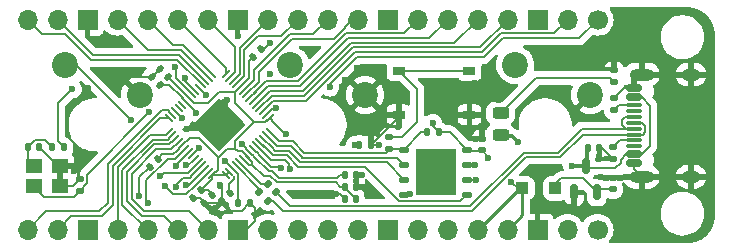
<source format=gbr>
%TF.GenerationSoftware,KiCad,Pcbnew,8.0.4*%
%TF.CreationDate,2025-01-26T22:49:23-05:00*%
%TF.ProjectId,catkeeb_devboard,6361746b-6565-4625-9f64-6576626f6172,rev?*%
%TF.SameCoordinates,Original*%
%TF.FileFunction,Copper,L1,Top*%
%TF.FilePolarity,Positive*%
%FSLAX46Y46*%
G04 Gerber Fmt 4.6, Leading zero omitted, Abs format (unit mm)*
G04 Created by KiCad (PCBNEW 8.0.4) date 2025-01-26 22:49:23*
%MOMM*%
%LPD*%
G01*
G04 APERTURE LIST*
G04 Aperture macros list*
%AMRoundRect*
0 Rectangle with rounded corners*
0 $1 Rounding radius*
0 $2 $3 $4 $5 $6 $7 $8 $9 X,Y pos of 4 corners*
0 Add a 4 corners polygon primitive as box body*
4,1,4,$2,$3,$4,$5,$6,$7,$8,$9,$2,$3,0*
0 Add four circle primitives for the rounded corners*
1,1,$1+$1,$2,$3*
1,1,$1+$1,$4,$5*
1,1,$1+$1,$6,$7*
1,1,$1+$1,$8,$9*
0 Add four rect primitives between the rounded corners*
20,1,$1+$1,$2,$3,$4,$5,0*
20,1,$1+$1,$4,$5,$6,$7,0*
20,1,$1+$1,$6,$7,$8,$9,0*
20,1,$1+$1,$8,$9,$2,$3,0*%
%AMRotRect*
0 Rectangle, with rotation*
0 The origin of the aperture is its center*
0 $1 length*
0 $2 width*
0 $3 Rotation angle, in degrees counterclockwise*
0 Add horizontal line*
21,1,$1,$2,0,0,$3*%
G04 Aperture macros list end*
%TA.AperFunction,SMDPad,CuDef*%
%ADD10RoundRect,0.250000X-0.300000X-0.300000X0.300000X-0.300000X0.300000X0.300000X-0.300000X0.300000X0*%
%TD*%
%TA.AperFunction,ComponentPad*%
%ADD11C,1.700000*%
%TD*%
%TA.AperFunction,ComponentPad*%
%ADD12O,1.700000X1.700000*%
%TD*%
%TA.AperFunction,ComponentPad*%
%ADD13R,1.700000X1.700000*%
%TD*%
%TA.AperFunction,SMDPad,CuDef*%
%ADD14RoundRect,0.140000X-0.140000X-0.170000X0.140000X-0.170000X0.140000X0.170000X-0.140000X0.170000X0*%
%TD*%
%TA.AperFunction,SMDPad,CuDef*%
%ADD15RoundRect,0.135000X-0.185000X0.135000X-0.185000X-0.135000X0.185000X-0.135000X0.185000X0.135000X0*%
%TD*%
%TA.AperFunction,SMDPad,CuDef*%
%ADD16R,1.000000X0.750000*%
%TD*%
%TA.AperFunction,SMDPad,CuDef*%
%ADD17RoundRect,0.140000X-0.021213X0.219203X-0.219203X0.021213X0.021213X-0.219203X0.219203X-0.021213X0*%
%TD*%
%TA.AperFunction,SMDPad,CuDef*%
%ADD18RoundRect,0.135000X0.185000X-0.135000X0.185000X0.135000X-0.185000X0.135000X-0.185000X-0.135000X0*%
%TD*%
%TA.AperFunction,SMDPad,CuDef*%
%ADD19RoundRect,0.050000X0.238649X0.309359X-0.309359X-0.238649X-0.238649X-0.309359X0.309359X0.238649X0*%
%TD*%
%TA.AperFunction,SMDPad,CuDef*%
%ADD20RoundRect,0.050000X-0.238649X0.309359X-0.309359X0.238649X0.238649X-0.309359X0.309359X-0.238649X0*%
%TD*%
%TA.AperFunction,HeatsinkPad*%
%ADD21RotRect,3.200000X3.200000X225.000000*%
%TD*%
%TA.AperFunction,SMDPad,CuDef*%
%ADD22RoundRect,0.140000X0.219203X0.021213X0.021213X0.219203X-0.219203X-0.021213X-0.021213X-0.219203X0*%
%TD*%
%TA.AperFunction,SMDPad,CuDef*%
%ADD23RoundRect,0.135000X-0.135000X-0.185000X0.135000X-0.185000X0.135000X0.185000X-0.135000X0.185000X0*%
%TD*%
%TA.AperFunction,SMDPad,CuDef*%
%ADD24RoundRect,0.140000X-0.170000X0.140000X-0.170000X-0.140000X0.170000X-0.140000X0.170000X0.140000X0*%
%TD*%
%TA.AperFunction,SMDPad,CuDef*%
%ADD25RoundRect,0.140000X0.170000X-0.140000X0.170000X0.140000X-0.170000X0.140000X-0.170000X-0.140000X0*%
%TD*%
%TA.AperFunction,SMDPad,CuDef*%
%ADD26RoundRect,0.150000X0.500000X-0.150000X0.500000X0.150000X-0.500000X0.150000X-0.500000X-0.150000X0*%
%TD*%
%TA.AperFunction,SMDPad,CuDef*%
%ADD27RoundRect,0.075000X0.575000X-0.075000X0.575000X0.075000X-0.575000X0.075000X-0.575000X-0.075000X0*%
%TD*%
%TA.AperFunction,ComponentPad*%
%ADD28O,2.100000X1.000000*%
%TD*%
%TA.AperFunction,ComponentPad*%
%ADD29O,1.600000X1.000000*%
%TD*%
%TA.AperFunction,SMDPad,CuDef*%
%ADD30RoundRect,0.135000X-0.226274X-0.035355X-0.035355X-0.226274X0.226274X0.035355X0.035355X0.226274X0*%
%TD*%
%TA.AperFunction,SMDPad,CuDef*%
%ADD31RoundRect,0.135000X0.135000X0.185000X-0.135000X0.185000X-0.135000X-0.185000X0.135000X-0.185000X0*%
%TD*%
%TA.AperFunction,SMDPad,CuDef*%
%ADD32RoundRect,0.125000X-0.262500X-0.125000X0.262500X-0.125000X0.262500X0.125000X-0.262500X0.125000X0*%
%TD*%
%TA.AperFunction,HeatsinkPad*%
%ADD33R,3.400000X4.000000*%
%TD*%
%TA.AperFunction,SMDPad,CuDef*%
%ADD34RoundRect,0.243750X-0.456250X0.243750X-0.456250X-0.243750X0.456250X-0.243750X0.456250X0.243750X0*%
%TD*%
%TA.AperFunction,SMDPad,CuDef*%
%ADD35R,1.400000X1.200000*%
%TD*%
%TA.AperFunction,SMDPad,CuDef*%
%ADD36RoundRect,0.150000X0.150000X-0.512500X0.150000X0.512500X-0.150000X0.512500X-0.150000X-0.512500X0*%
%TD*%
%TA.AperFunction,SMDPad,CuDef*%
%ADD37RoundRect,0.140000X0.021213X-0.219203X0.219203X-0.021213X-0.021213X0.219203X-0.219203X0.021213X0*%
%TD*%
%TA.AperFunction,SMDPad,CuDef*%
%ADD38RoundRect,0.140000X0.140000X0.170000X-0.140000X0.170000X-0.140000X-0.170000X0.140000X-0.170000X0*%
%TD*%
%TA.AperFunction,ComponentPad*%
%ADD39C,2.200000*%
%TD*%
%TA.AperFunction,ViaPad*%
%ADD40C,0.600000*%
%TD*%
%TA.AperFunction,Conductor*%
%ADD41C,0.200000*%
%TD*%
%TA.AperFunction,Conductor*%
%ADD42C,0.250000*%
%TD*%
%TA.AperFunction,Conductor*%
%ADD43C,0.300000*%
%TD*%
G04 APERTURE END LIST*
D10*
%TO.P,D7,1,K*%
%TO.N,+3V3*%
X83000000Y-60450000D03*
%TO.P,D7,2,A*%
%TO.N,Net-(D7-A)*%
X85800000Y-60450000D03*
%TD*%
D11*
%TO.P,J6,1,Pin_1*%
%TO.N,+5V*%
X89360000Y-63960000D03*
D12*
%TO.P,J6,2,Pin_2*%
X86820000Y-63960000D03*
D13*
%TO.P,J6,3,Pin_3*%
%TO.N,GND*%
X84280000Y-63960000D03*
D12*
%TO.P,J6,4,Pin_4*%
%TO.N,+3V3*%
X81740000Y-63960000D03*
%TO.P,J6,5,Pin_5*%
X79200000Y-63960000D03*
%TO.P,J6,6,Pin_6*%
%TO.N,GPIO26_ADC3*%
X76660000Y-63960000D03*
%TO.P,J6,7,Pin_7*%
%TO.N,GPIO26_ADC2*%
X74120000Y-63960000D03*
D13*
%TO.P,J6,8,Pin_8*%
%TO.N,GND*%
X71580000Y-63960000D03*
D12*
%TO.P,J6,9,Pin_9*%
%TO.N,GPIO26_ADC1*%
X69040000Y-63960000D03*
%TO.P,J6,10,Pin_10*%
%TO.N,GPIO26_ADC0*%
X66500000Y-63960000D03*
%TO.P,J6,11,Pin_11*%
%TO.N,RUN*%
X63960000Y-63960000D03*
%TO.P,J6,12,Pin_12*%
%TO.N,GPIO22*%
X61420000Y-63960000D03*
D13*
%TO.P,J6,13,Pin_13*%
%TO.N,GND*%
X58880000Y-63960000D03*
D12*
%TO.P,J6,14,Pin_14*%
%TO.N,GPIO21*%
X56340000Y-63960000D03*
%TO.P,J6,15,Pin_15*%
%TO.N,GPIO20*%
X53800000Y-63960000D03*
%TO.P,J6,16,Pin_16*%
%TO.N,GPIO19*%
X51260000Y-63960000D03*
%TO.P,J6,17,Pin_17*%
%TO.N,GPIO18*%
X48720000Y-63960000D03*
D13*
%TO.P,J6,18,Pin_18*%
%TO.N,GND*%
X46180000Y-63960000D03*
D12*
%TO.P,J6,19,Pin_19*%
%TO.N,GPIO17*%
X43640000Y-63960000D03*
%TO.P,J6,20,Pin_20*%
%TO.N,GPIO16*%
X41100000Y-63960000D03*
%TD*%
%TO.P,J2,20,Pin_20*%
%TO.N,GPIO15*%
X41100000Y-46180000D03*
%TO.P,J2,19,Pin_19*%
%TO.N,GPIO14*%
X43640000Y-46180000D03*
D13*
%TO.P,J2,18,Pin_18*%
%TO.N,GND*%
X46180000Y-46180000D03*
D12*
%TO.P,J2,17,Pin_17*%
%TO.N,GPIO13*%
X48720000Y-46180000D03*
%TO.P,J2,16,Pin_16*%
%TO.N,GPIO12*%
X51260000Y-46180000D03*
%TO.P,J2,15,Pin_15*%
%TO.N,GPIO11*%
X53800000Y-46180000D03*
%TO.P,J2,14,Pin_14*%
%TO.N,GPIO10*%
X56340000Y-46180000D03*
D13*
%TO.P,J2,13,Pin_13*%
%TO.N,GND*%
X58880000Y-46180000D03*
D12*
%TO.P,J2,12,Pin_12*%
%TO.N,GPIO9*%
X61420000Y-46180000D03*
%TO.P,J2,11,Pin_11*%
%TO.N,GPIO8*%
X63960000Y-46180000D03*
%TO.P,J2,10,Pin_10*%
%TO.N,GPIO7*%
X66500000Y-46180000D03*
%TO.P,J2,9,Pin_9*%
%TO.N,GPIO6*%
X69040000Y-46180000D03*
D13*
%TO.P,J2,8,Pin_8*%
%TO.N,GND*%
X71580000Y-46180000D03*
D12*
%TO.P,J2,7,Pin_7*%
%TO.N,GPIO5*%
X74120000Y-46180000D03*
%TO.P,J2,6,Pin_6*%
%TO.N,GPIO4*%
X76660000Y-46180000D03*
%TO.P,J2,5,Pin_5*%
%TO.N,GPIO3*%
X79200000Y-46180000D03*
%TO.P,J2,4,Pin_4*%
%TO.N,GPIO2*%
X81740000Y-46180000D03*
D13*
%TO.P,J2,3,Pin_3*%
%TO.N,GND*%
X84280000Y-46180000D03*
D12*
%TO.P,J2,2,Pin_2*%
%TO.N,GPIO1*%
X86820000Y-46180000D03*
D11*
%TO.P,J2,1,Pin_1*%
%TO.N,GPIO0*%
X89360000Y-46180000D03*
%TD*%
D14*
%TO.P,C10,1*%
%TO.N,+1V1*%
X67950000Y-59300000D03*
%TO.P,C10,2*%
%TO.N,GND*%
X68910000Y-59300000D03*
%TD*%
D15*
%TO.P,R7,1*%
%TO.N,Net-(J1-CC1)*%
X90690000Y-56980000D03*
%TO.P,R7,2*%
%TO.N,GND*%
X90690000Y-58000000D03*
%TD*%
D16*
%TO.P,SW1,1,1*%
%TO.N,GND*%
X78520000Y-54230000D03*
X72520000Y-54230000D03*
%TO.P,SW1,2,2*%
%TO.N,Net-(R3-Pad1)*%
X78520000Y-50480000D03*
X72520000Y-50480000D03*
%TD*%
D17*
%TO.P,C4,1*%
%TO.N,+3V3*%
X52129411Y-57930589D03*
%TO.P,C4,2*%
%TO.N,GND*%
X51450589Y-58609411D03*
%TD*%
D18*
%TO.P,R6,1*%
%TO.N,Net-(D5-K)*%
X90770000Y-51490000D03*
%TO.P,R6,2*%
%TO.N,GND*%
X90770000Y-50470000D03*
%TD*%
D14*
%TO.P,C2,1*%
%TO.N,+3V3*%
X67960000Y-60320000D03*
%TO.P,C2,2*%
%TO.N,GND*%
X68920000Y-60320000D03*
%TD*%
D19*
%TO.P,U1,1,IOVDD*%
%TO.N,+3V3*%
X61589157Y-54489169D03*
%TO.P,U1,2,GPIO0*%
%TO.N,GPIO0*%
X61306314Y-54206326D03*
%TO.P,U1,3,GPIO1*%
%TO.N,GPIO1*%
X61023472Y-53923484D03*
%TO.P,U1,4,GPIO2*%
%TO.N,GPIO2*%
X60740629Y-53640641D03*
%TO.P,U1,5,GPIO3*%
%TO.N,GPIO3*%
X60457786Y-53357798D03*
%TO.P,U1,6,GPIO4*%
%TO.N,GPIO4*%
X60174944Y-53074956D03*
%TO.P,U1,7,GPIO5*%
%TO.N,GPIO5*%
X59892101Y-52792113D03*
%TO.P,U1,8,GPIO6*%
%TO.N,GPIO6*%
X59609258Y-52509270D03*
%TO.P,U1,9,GPIO7*%
%TO.N,GPIO7*%
X59326415Y-52226427D03*
%TO.P,U1,10,IOVDD*%
%TO.N,+3V3*%
X59043573Y-51943585D03*
%TO.P,U1,11,GPIO8*%
%TO.N,GPIO8*%
X58760730Y-51660742D03*
%TO.P,U1,12,GPIO9*%
%TO.N,GPIO9*%
X58477887Y-51377899D03*
%TO.P,U1,13,GPIO10*%
%TO.N,GPIO10*%
X58195045Y-51095057D03*
%TO.P,U1,14,GPIO11*%
%TO.N,GPIO11*%
X57912202Y-50812214D03*
D20*
%TO.P,U1,15,GPIO12*%
%TO.N,GPIO12*%
X56727798Y-50812214D03*
%TO.P,U1,16,GPIO13*%
%TO.N,GPIO13*%
X56444955Y-51095057D03*
%TO.P,U1,17,GPIO14*%
%TO.N,GPIO14*%
X56162113Y-51377899D03*
%TO.P,U1,18,GPIO15*%
%TO.N,GPIO15*%
X55879270Y-51660742D03*
%TO.P,U1,19,TESTEN*%
%TO.N,GND*%
X55596427Y-51943585D03*
%TO.P,U1,20,XIN*%
%TO.N,XIN*%
X55313585Y-52226427D03*
%TO.P,U1,21,XOUT*%
%TO.N,XOUT*%
X55030742Y-52509270D03*
%TO.P,U1,22,IOVDD*%
%TO.N,+3V3*%
X54747899Y-52792113D03*
%TO.P,U1,23,DVDD*%
%TO.N,+1V1*%
X54465056Y-53074956D03*
%TO.P,U1,24,SWCLK*%
%TO.N,SWCLK*%
X54182214Y-53357798D03*
%TO.P,U1,25,SWD*%
%TO.N,SWD*%
X53899371Y-53640641D03*
%TO.P,U1,26,RUN*%
%TO.N,RUN*%
X53616528Y-53923484D03*
%TO.P,U1,27,GPIO16*%
%TO.N,GPIO16*%
X53333686Y-54206326D03*
%TO.P,U1,28,GPIO17*%
%TO.N,GPIO17*%
X53050843Y-54489169D03*
D19*
%TO.P,U1,29,GPIO18*%
%TO.N,GPIO18*%
X53050843Y-55673573D03*
%TO.P,U1,30,GPIO19*%
%TO.N,GPIO19*%
X53333686Y-55956416D03*
%TO.P,U1,31,GPIO20*%
%TO.N,GPIO20*%
X53616528Y-56239258D03*
%TO.P,U1,32,GPIO21*%
%TO.N,GPIO21*%
X53899371Y-56522101D03*
%TO.P,U1,33,IOVDD*%
%TO.N,+3V3*%
X54182214Y-56804944D03*
%TO.P,U1,34,GPIO22*%
%TO.N,GPIO22*%
X54465056Y-57087786D03*
%TO.P,U1,35,GPIO23*%
%TO.N,GPIO23*%
X54747899Y-57370629D03*
%TO.P,U1,36,GPIO24*%
%TO.N,GPIO24*%
X55030742Y-57653472D03*
%TO.P,U1,37,GPIO25*%
%TO.N,GPIO25*%
X55313585Y-57936315D03*
%TO.P,U1,38,GPIO26_ADC0*%
%TO.N,GPIO26_ADC0*%
X55596427Y-58219157D03*
%TO.P,U1,39,GPIO27_ADC1*%
%TO.N,GPIO26_ADC1*%
X55879270Y-58502000D03*
%TO.P,U1,40,GPIO28_ADC2*%
%TO.N,GPIO26_ADC2*%
X56162113Y-58784843D03*
%TO.P,U1,41,GPIO29_ADC3*%
%TO.N,GPIO26_ADC3*%
X56444955Y-59067685D03*
%TO.P,U1,42,IOVDD*%
%TO.N,+3V3*%
X56727798Y-59350528D03*
D20*
%TO.P,U1,43,ADC_AVDD*%
X57912202Y-59350528D03*
%TO.P,U1,44,VREG_IN*%
X58195045Y-59067685D03*
%TO.P,U1,45,VREG_VOUT*%
%TO.N,+1V1*%
X58477887Y-58784843D03*
%TO.P,U1,46,USB_DM*%
%TO.N,Net-(U1-USB_DM)*%
X58760730Y-58502000D03*
%TO.P,U1,47,USB_DP*%
%TO.N,Net-(U1-USB_DP)*%
X59043573Y-58219157D03*
%TO.P,U1,48,USB_VDD*%
%TO.N,+3V3*%
X59326415Y-57936315D03*
%TO.P,U1,49,IOVDD*%
X59609258Y-57653472D03*
%TO.P,U1,50,DVDD*%
%TO.N,+1V1*%
X59892101Y-57370629D03*
%TO.P,U1,51,QSPI_SD3*%
%TO.N,QSPI_SD3*%
X60174944Y-57087786D03*
%TO.P,U1,52,QSPI_SCLK*%
%TO.N,QSPI_SCLK*%
X60457786Y-56804944D03*
%TO.P,U1,53,QSPI_SD0*%
%TO.N,QSPI_SD0*%
X60740629Y-56522101D03*
%TO.P,U1,54,QSPI_SD2*%
%TO.N,QSPI_SD2*%
X61023472Y-56239258D03*
%TO.P,U1,55,QSPI_SD1*%
%TO.N,QSPI_SD1*%
X61306314Y-55956416D03*
%TO.P,U1,56,QSPI_SS*%
%TO.N,QSPI_SS*%
X61589157Y-55673573D03*
D21*
%TO.P,U1,57,GND*%
%TO.N,GND*%
X57320000Y-55081371D03*
%TD*%
D22*
%TO.P,C5,1*%
%TO.N,+3V3*%
X52999411Y-51009411D03*
%TO.P,C5,2*%
%TO.N,GND*%
X52320589Y-50330589D03*
%TD*%
D17*
%TO.P,C1,1*%
%TO.N,+3V3*%
X58259411Y-60830589D03*
%TO.P,C1,2*%
%TO.N,GND*%
X57580589Y-61509411D03*
%TD*%
D15*
%TO.P,R3,1*%
%TO.N,Net-(R3-Pad1)*%
X71740000Y-56100000D03*
%TO.P,R3,2*%
%TO.N,QSPI_SS*%
X71740000Y-57120000D03*
%TD*%
D23*
%TO.P,R5,1*%
%TO.N,Net-(C16-Pad2)*%
X43170000Y-56990000D03*
%TO.P,R5,2*%
%TO.N,XOUT*%
X44190000Y-56990000D03*
%TD*%
D24*
%TO.P,C15,1*%
%TO.N,GND*%
X45520000Y-59690000D03*
%TO.P,C15,2*%
%TO.N,XIN*%
X45520000Y-60650000D03*
%TD*%
D25*
%TO.P,C13,1*%
%TO.N,Net-(D7-A)*%
X90690000Y-60550000D03*
%TO.P,C13,2*%
%TO.N,GND*%
X90690000Y-59590000D03*
%TD*%
D26*
%TO.P,J1,A1,GND*%
%TO.N,GND*%
X92450000Y-58350000D03*
%TO.P,J1,A4,VBUS*%
%TO.N,+5V*%
X92450000Y-57550000D03*
D27*
%TO.P,J1,A5,CC1*%
%TO.N,Net-(J1-CC1)*%
X92450000Y-56400000D03*
%TO.P,J1,A6,D+*%
%TO.N,D+*%
X92450000Y-55400000D03*
%TO.P,J1,A7,D-*%
%TO.N,D-*%
X92450000Y-54900000D03*
%TO.P,J1,A8,SBU1*%
%TO.N,unconnected-(J1-SBU1-PadA8)*%
X92450000Y-53900000D03*
D26*
%TO.P,J1,A9,VBUS*%
%TO.N,+5V*%
X92450000Y-52750000D03*
%TO.P,J1,A12,GND*%
%TO.N,GND*%
X92450000Y-51950000D03*
%TO.P,J1,B1,GND*%
X92450000Y-51950000D03*
%TO.P,J1,B4,VBUS*%
%TO.N,+5V*%
X92450000Y-52750000D03*
D27*
%TO.P,J1,B5,CC2*%
%TO.N,Net-(J1-CC2)*%
X92450000Y-53400000D03*
%TO.P,J1,B6,D+*%
%TO.N,D+*%
X92450000Y-54400000D03*
%TO.P,J1,B7,D-*%
%TO.N,D-*%
X92450000Y-55900000D03*
%TO.P,J1,B8,SBU2*%
%TO.N,unconnected-(J1-SBU2-PadB8)*%
X92450000Y-56900000D03*
D26*
%TO.P,J1,B9,VBUS*%
%TO.N,+5V*%
X92450000Y-57550000D03*
%TO.P,J1,B12,GND*%
%TO.N,GND*%
X92450000Y-58350000D03*
D28*
%TO.P,J1,S1,SHIELD*%
X93090000Y-59470000D03*
D29*
X97270000Y-59470000D03*
D28*
X93090000Y-50830000D03*
D29*
X97270000Y-50830000D03*
%TD*%
D14*
%TO.P,C9,1*%
%TO.N,+1V1*%
X58960000Y-61680000D03*
%TO.P,C9,2*%
%TO.N,GND*%
X59920000Y-61680000D03*
%TD*%
D30*
%TO.P,R1,1*%
%TO.N,Net-(U1-USB_DP)*%
X61439376Y-60079376D03*
%TO.P,R1,2*%
%TO.N,D+*%
X62160624Y-60800624D03*
%TD*%
D31*
%TO.P,R4,1*%
%TO.N,+3V3*%
X75940000Y-55712500D03*
%TO.P,R4,2*%
%TO.N,QSPI_SS*%
X74920000Y-55712500D03*
%TD*%
D22*
%TO.P,C11,1*%
%TO.N,+1V1*%
X52319411Y-51689411D03*
%TO.P,C11,2*%
%TO.N,GND*%
X51640589Y-51010589D03*
%TD*%
D32*
%TO.P,U3,1,~{CS}*%
%TO.N,QSPI_SS*%
X72985000Y-57172500D03*
%TO.P,U3,2,DO(IO1)*%
%TO.N,QSPI_SD1*%
X72985000Y-58442500D03*
%TO.P,U3,3,IO2*%
%TO.N,QSPI_SD2*%
X72985000Y-59712500D03*
%TO.P,U3,4,GND*%
%TO.N,GND*%
X72985000Y-60982500D03*
%TO.P,U3,5,DI(IO0)*%
%TO.N,QSPI_SD0*%
X78310000Y-60982500D03*
%TO.P,U3,6,CLK*%
%TO.N,QSPI_SCLK*%
X78310000Y-59712500D03*
%TO.P,U3,7,IO3*%
%TO.N,QSPI_SD3*%
X78310000Y-58442500D03*
%TO.P,U3,8,VCC*%
%TO.N,+3V3*%
X78310000Y-57172500D03*
D33*
%TO.P,U3,9*%
%TO.N,N/C*%
X75647500Y-59077500D03*
%TD*%
D17*
%TO.P,C8,1*%
%TO.N,+3V3*%
X56749411Y-61010589D03*
%TO.P,C8,2*%
%TO.N,GND*%
X56070589Y-61689411D03*
%TD*%
D34*
%TO.P,D5,1,K*%
%TO.N,Net-(D5-K)*%
X81150000Y-54102500D03*
%TO.P,D5,2,A*%
%TO.N,+5V*%
X81150000Y-55977500D03*
%TD*%
D30*
%TO.P,R2,1*%
%TO.N,Net-(U1-USB_DM)*%
X60739376Y-60769376D03*
%TO.P,R2,2*%
%TO.N,D-*%
X61460624Y-61490624D03*
%TD*%
D35*
%TO.P,Y1,1,1*%
%TO.N,XIN*%
X41620000Y-60250000D03*
%TO.P,Y1,2,2*%
%TO.N,GND*%
X43820000Y-60250000D03*
%TO.P,Y1,3,3*%
X43820000Y-58550000D03*
%TO.P,Y1,4,4*%
%TO.N,Net-(C16-Pad2)*%
X41620000Y-58550000D03*
%TD*%
D36*
%TO.P,U2,1,GND*%
%TO.N,GND*%
X87407500Y-60807500D03*
%TO.P,U2,2,VO*%
%TO.N,Net-(D7-A)*%
X89307500Y-60807500D03*
%TO.P,U2,3,VI*%
%TO.N,+5V*%
X88357500Y-58532500D03*
%TD*%
D25*
%TO.P,C14,1*%
%TO.N,+3V3*%
X79550000Y-57250000D03*
%TO.P,C14,2*%
%TO.N,GND*%
X79550000Y-56290000D03*
%TD*%
D14*
%TO.P,C12,1*%
%TO.N,+5V*%
X88550000Y-57010000D03*
%TO.P,C12,2*%
%TO.N,GND*%
X89510000Y-57010000D03*
%TD*%
D18*
%TO.P,R8,1*%
%TO.N,Net-(J1-CC2)*%
X90740000Y-53820000D03*
%TO.P,R8,2*%
%TO.N,GND*%
X90740000Y-52800000D03*
%TD*%
D17*
%TO.P,C3,1*%
%TO.N,+3V3*%
X55779411Y-60610589D03*
%TO.P,C3,2*%
%TO.N,GND*%
X55100589Y-61289411D03*
%TD*%
D37*
%TO.P,C6,1*%
%TO.N,+3V3*%
X60200589Y-49309411D03*
%TO.P,C6,2*%
%TO.N,GND*%
X60879411Y-48630589D03*
%TD*%
D14*
%TO.P,C7,1*%
%TO.N,+3V3*%
X69190000Y-56790000D03*
%TO.P,C7,2*%
%TO.N,GND*%
X70150000Y-56790000D03*
%TD*%
D38*
%TO.P,C17,1*%
%TO.N,+3V3*%
X68910000Y-61350000D03*
%TO.P,C17,2*%
%TO.N,GND*%
X67950000Y-61350000D03*
%TD*%
%TO.P,C16,1*%
%TO.N,GND*%
X42090000Y-56980000D03*
%TO.P,C16,2*%
%TO.N,Net-(C16-Pad2)*%
X41130000Y-56980000D03*
%TD*%
D39*
%TO.P,MX2,1,COL*%
%TO.N,GPIO24*%
X63341250Y-50000000D03*
%TO.P,MX2,2,ROW*%
%TO.N,GND*%
X69691250Y-52540000D03*
%TD*%
%TO.P,MX3,1,COL*%
%TO.N,GPIO25*%
X44291250Y-50000000D03*
%TO.P,MX3,2,ROW*%
%TO.N,GND*%
X50641250Y-52540000D03*
%TD*%
%TO.P,MX1,1,COL*%
%TO.N,GPIO23*%
X82391250Y-50000000D03*
%TO.P,MX1,2,ROW*%
%TO.N,GND*%
X88741250Y-52540000D03*
%TD*%
D40*
%TO.N,GND*%
X95300000Y-50850000D03*
X95250000Y-59400000D03*
X58900000Y-47600000D03*
X69000000Y-50250000D03*
X68000000Y-51250000D03*
X90500000Y-62000000D03*
X68500000Y-55500000D03*
%TO.N,GPIO26_ADC3*%
X52710000Y-60260000D03*
%TO.N,GPIO22*%
X51310000Y-61720000D03*
%TO.N,GND*%
X90500000Y-49000000D03*
X88500000Y-49000000D03*
X86500000Y-49000000D03*
X84500000Y-49000000D03*
X75000000Y-53000000D03*
X81000000Y-53000000D03*
X79000000Y-53000000D03*
X77000000Y-53000000D03*
X72000000Y-52500000D03*
X68500000Y-54000000D03*
X71000000Y-54000000D03*
X71000000Y-51000000D03*
X81000000Y-51500000D03*
X79000000Y-51500000D03*
X77000000Y-51500000D03*
X75000000Y-51500000D03*
X87500000Y-54500000D03*
X86500000Y-52500000D03*
X84500000Y-52500000D03*
X87000000Y-62000000D03*
X85000000Y-62000000D03*
X45000000Y-59000000D03*
X49000000Y-48000000D03*
X47000000Y-48000000D03*
X48580000Y-51970000D03*
X50562108Y-61117892D03*
X65240000Y-48830000D03*
X61590000Y-50760000D03*
%TO.N,+1V1*%
X57828453Y-58108453D03*
%TO.N,GND*%
X46220000Y-52000000D03*
X58010000Y-52970000D03*
%TO.N,XIN*%
X54460000Y-51090000D03*
%TO.N,GND*%
X56190000Y-52550000D03*
%TO.N,RUN*%
X54188575Y-54518600D03*
%TO.N,GPIO25*%
X49881570Y-54700000D03*
%TO.N,GND*%
X45870000Y-57810000D03*
X49380000Y-51070000D03*
%TO.N,GPIO25*%
X54490064Y-58476991D03*
%TO.N,GPIO24*%
X55635735Y-57044265D03*
%TO.N,+1V1*%
X55390763Y-54040760D03*
X59253360Y-56730000D03*
%TO.N,+3V3*%
X62950000Y-55840000D03*
X68850000Y-56820000D03*
X75420000Y-54940000D03*
X80106970Y-57925285D03*
X82062108Y-59902108D03*
%TO.N,XIN*%
X51410000Y-53960000D03*
%TO.N,XOUT*%
X44890000Y-52040000D03*
X53569997Y-50200003D03*
%TO.N,QSPI_SCLK*%
X79040000Y-59710000D03*
X63350000Y-58860000D03*
%TO.N,GPIO26_ADC0*%
X52345600Y-59425600D03*
%TO.N,GPIO26_ADC1*%
X53642288Y-60347243D03*
%TO.N,GPIO23*%
X53640449Y-58533524D03*
%TO.N,QSPI_SD3*%
X79010000Y-58510000D03*
X62540000Y-58750000D03*
%TO.N,GPIO26_ADC2*%
X54510735Y-60150735D03*
%TO.N,GPIO0*%
X62180000Y-53620000D03*
X66699265Y-51879265D03*
%TO.N,+5V*%
X87220000Y-58526714D03*
X82641753Y-56558247D03*
%TO.N,GND*%
X70820000Y-56800000D03*
X61620000Y-48150000D03*
X69450982Y-59289018D03*
X73447498Y-60930000D03*
X69830000Y-60920000D03*
X54610000Y-55440000D03*
X89680000Y-59510000D03*
X67230000Y-60920000D03*
X57390002Y-60150000D03*
X89520000Y-58000000D03*
%TD*%
D41*
%TO.N,+3V3*%
X82690000Y-60530000D02*
X82690000Y-60550000D01*
X82062108Y-59902108D02*
X82690000Y-60530000D01*
D42*
X82690000Y-60550000D02*
X83000000Y-60550000D01*
X83000000Y-60550000D02*
X83000000Y-62700000D01*
X83000000Y-62700000D02*
X81740000Y-63960000D01*
D41*
%TO.N,D-*%
X61460624Y-61490624D02*
X61870624Y-61490624D01*
X61870624Y-61490624D02*
X62740000Y-62360000D01*
X62740000Y-62360000D02*
X78755686Y-62360000D01*
X78755686Y-62360000D02*
X83285686Y-57830000D01*
X83285686Y-57830000D02*
X86165686Y-57830000D01*
X86165686Y-57830000D02*
X88095686Y-55900000D01*
X88095686Y-55900000D02*
X92450000Y-55900000D01*
%TO.N,D+*%
X92450000Y-55400000D02*
X88030000Y-55400000D01*
X88030000Y-55400000D02*
X86000000Y-57430000D01*
X63320000Y-61960000D02*
X62160624Y-60800624D01*
X86000000Y-57430000D02*
X83120000Y-57430000D01*
X78590000Y-61960000D02*
X63320000Y-61960000D01*
X83120000Y-57430000D02*
X78590000Y-61960000D01*
D43*
%TO.N,+5V*%
X82113506Y-56030000D02*
X81202500Y-56030000D01*
X82641753Y-56558247D02*
X82113506Y-56030000D01*
X81202500Y-56030000D02*
X81150000Y-55977500D01*
D41*
%TO.N,+3V3*%
X60268166Y-54866665D02*
X58666076Y-53264575D01*
X58666076Y-53264575D02*
X58666076Y-52321078D01*
%TO.N,GND*%
X57390002Y-60150000D02*
X57580589Y-60340587D01*
X57580589Y-60340587D02*
X57580589Y-61509411D01*
X43820000Y-60250000D02*
X44960000Y-60250000D01*
X44960000Y-60250000D02*
X45520000Y-59690000D01*
%TO.N,GPIO26_ADC3*%
X52710000Y-60260000D02*
X52710000Y-60263484D01*
X52710000Y-60263484D02*
X53404323Y-60957807D01*
X53404323Y-60957807D02*
X54552193Y-60957807D01*
X54552193Y-60957807D02*
X55290000Y-60220000D01*
X55292640Y-60220000D02*
X56444955Y-59067685D01*
X55290000Y-60220000D02*
X55292640Y-60220000D01*
%TO.N,GPIO26_ADC0*%
X52345600Y-59425600D02*
X52620465Y-59150735D01*
X52620465Y-59150735D02*
X54657894Y-59150735D01*
X54657894Y-59150735D02*
X54848629Y-58960000D01*
X54848629Y-58960000D02*
X54855584Y-58960000D01*
X54855584Y-58960000D02*
X55596427Y-58219157D01*
%TO.N,GPIO22*%
X52988761Y-57933909D02*
X51162108Y-59760562D01*
X51162108Y-59760562D02*
X51162108Y-61572108D01*
X51162108Y-61572108D02*
X51310000Y-61720000D01*
X52988761Y-57933909D02*
X53618933Y-57933909D01*
X53618933Y-57933909D02*
X54465056Y-57087786D01*
%TO.N,GND*%
X50562108Y-61117892D02*
X50550000Y-61105784D01*
X50550000Y-61105784D02*
X50550000Y-59510000D01*
X50550000Y-59510000D02*
X51450589Y-58609411D01*
X50562108Y-61117892D02*
X50530000Y-61150000D01*
%TO.N,RUN*%
X54188575Y-54518600D02*
X54188575Y-54495527D01*
X54188575Y-54495527D02*
X53616530Y-53923482D01*
%TO.N,+1V1*%
X55390763Y-54040760D02*
X55390763Y-54000659D01*
X55390763Y-54000659D02*
X54465058Y-53074954D01*
X57828453Y-58135411D02*
X58477885Y-58784843D01*
X57828453Y-58108453D02*
X57828453Y-58135411D01*
X58477885Y-58784843D02*
X58477887Y-58784843D01*
%TO.N,+3V3*%
X58653360Y-57093614D02*
X57994763Y-57093614D01*
X57994763Y-57093614D02*
X57318377Y-57770000D01*
X57318377Y-57770000D02*
X57210000Y-57770000D01*
X58550000Y-59422644D02*
X58550000Y-59660000D01*
X58550000Y-59660000D02*
X58139411Y-60070589D01*
X58139411Y-60070589D02*
X58139411Y-60780589D01*
%TO.N,+1V1*%
X60268579Y-57747107D02*
X60268579Y-57764265D01*
X60268579Y-57764265D02*
X61519770Y-59015456D01*
X61519770Y-59015456D02*
X61817957Y-59015456D01*
X61817957Y-59015456D02*
X62362501Y-59560000D01*
X59892101Y-57370629D02*
X60268579Y-57747107D01*
X62362501Y-59560000D02*
X67310000Y-59560000D01*
X67310000Y-59560000D02*
X67570000Y-59300000D01*
X67570000Y-59300000D02*
X67950000Y-59300000D01*
%TO.N,QSPI_SD3*%
X60174944Y-57087786D02*
X60668579Y-57581421D01*
X60668579Y-57581421D02*
X60668579Y-57598579D01*
X60668579Y-57598579D02*
X61685456Y-58615456D01*
X61685456Y-58615456D02*
X62405456Y-58615456D01*
X62405456Y-58615456D02*
X62540000Y-58750000D01*
%TO.N,GND*%
X44450000Y-56030000D02*
X44450000Y-53770000D01*
X45870000Y-57450000D02*
X44450000Y-56030000D01*
X44450000Y-53770000D02*
X46220000Y-52000000D01*
X45870000Y-57810000D02*
X45870000Y-57450000D01*
%TO.N,XOUT*%
X44890000Y-52040000D02*
X43690000Y-53240000D01*
X43690000Y-53240000D02*
X43690000Y-56490000D01*
X43690000Y-56490000D02*
X44190000Y-56990000D01*
%TO.N,GND*%
X55950589Y-61559411D02*
X56091178Y-61700000D01*
X57220000Y-61700000D02*
X57460589Y-61459411D01*
X57460589Y-61459411D02*
X58371178Y-62370000D01*
X58371178Y-62370000D02*
X59240000Y-62370000D01*
X56091178Y-61700000D02*
X57220000Y-61700000D01*
X59240000Y-62370000D02*
X59890000Y-61720000D01*
X59890000Y-61720000D02*
X59890000Y-61610000D01*
X69830000Y-60920000D02*
X69230000Y-60320000D01*
X69230000Y-60320000D02*
X68920000Y-60320000D01*
X73447498Y-60930000D02*
X73037500Y-60930000D01*
X73037500Y-60930000D02*
X72985000Y-60982500D01*
%TO.N,XIN*%
X54460000Y-51372842D02*
X55313585Y-52226427D01*
X54460000Y-51090000D02*
X54460000Y-51372842D01*
%TO.N,GND*%
X56190000Y-52537158D02*
X56190000Y-52550000D01*
X55596427Y-51943585D02*
X56190000Y-52537158D01*
%TO.N,GPIO25*%
X49881570Y-54700000D02*
X45181570Y-50000000D01*
X45181570Y-50000000D02*
X44291250Y-50000000D01*
%TO.N,XIN*%
X51410000Y-53960000D02*
X51410000Y-54020098D01*
X46130000Y-59300098D02*
X46130000Y-60040000D01*
X51410000Y-54020098D02*
X46130000Y-59300098D01*
X46130000Y-60040000D02*
X45520000Y-60650000D01*
%TO.N,GPIO23*%
X53640449Y-58478079D02*
X54747899Y-57370629D01*
X53640449Y-58533524D02*
X53640449Y-58478079D01*
%TO.N,GND*%
X42090000Y-56980000D02*
X43660000Y-58550000D01*
X43660000Y-58550000D02*
X43820000Y-58550000D01*
X49439411Y-51010589D02*
X49380000Y-51070000D01*
X51640589Y-51010589D02*
X49439411Y-51010589D01*
X52320589Y-50330589D02*
X51640589Y-51010589D01*
%TO.N,GPIO0*%
X66699265Y-51879265D02*
X66699265Y-51596421D01*
X66699265Y-51596421D02*
X68955686Y-49340000D01*
X81325686Y-47730000D02*
X87810000Y-47730000D01*
X87810000Y-47730000D02*
X89360000Y-46180000D01*
X68955686Y-49340000D02*
X79715686Y-49340000D01*
X79715686Y-49340000D02*
X81325686Y-47730000D01*
%TO.N,GPIO25*%
X55313585Y-57936315D02*
X55196428Y-58053472D01*
X55196426Y-58053472D02*
X54644949Y-58604949D01*
X55196428Y-58053472D02*
X55196426Y-58053472D01*
X54644949Y-58604949D02*
X54516991Y-58476991D01*
X54516991Y-58476991D02*
X54490064Y-58476991D01*
%TO.N,GPIO24*%
X55030742Y-57653472D02*
X55635735Y-57048479D01*
X55635735Y-57048479D02*
X55635735Y-57044265D01*
%TO.N,+3V3*%
X56727798Y-59350528D02*
X57210000Y-58868326D01*
X57210000Y-58868326D02*
X57210000Y-57770000D01*
X57210000Y-57770000D02*
X55600000Y-56160000D01*
X55600000Y-56160000D02*
X54827158Y-56160000D01*
X54827158Y-56160000D02*
X54182214Y-56804944D01*
%TO.N,+1V1*%
X59514605Y-56991245D02*
X59514605Y-56993133D01*
X58950000Y-61590000D02*
X58930000Y-61610000D01*
X53079509Y-51689411D02*
X52319411Y-51689411D01*
X54145049Y-52754951D02*
X53079509Y-51689411D01*
X58477887Y-58784845D02*
X58950000Y-59256958D01*
X58477887Y-58784843D02*
X58477887Y-58784845D01*
X59514605Y-56993133D02*
X59892101Y-57370629D01*
X54465056Y-53074956D02*
X54145049Y-52754951D01*
X59253360Y-56730000D02*
X59514605Y-56991245D01*
X58950000Y-59256958D02*
X58950000Y-61590000D01*
%TO.N,+3V3*%
X58653360Y-57093614D02*
X58889746Y-57330000D01*
X80106970Y-57925285D02*
X80106970Y-57806970D01*
X58653360Y-56481471D02*
X58653360Y-57093614D01*
X59850104Y-58460000D02*
X60130000Y-58460000D01*
X59043573Y-51943587D02*
X58926417Y-52060743D01*
X79280000Y-63960000D02*
X79200000Y-63960000D01*
X61211663Y-54866665D02*
X60746665Y-54866665D01*
X54747901Y-52792111D02*
X55215790Y-53260000D01*
X62990589Y-55890601D02*
X62990589Y-55960589D01*
X52129411Y-57930589D02*
X52526091Y-57533909D01*
X58657154Y-52330000D02*
X58666076Y-52321078D01*
X61589157Y-54489169D02*
X61919994Y-54820006D01*
X53453249Y-57533909D02*
X53717156Y-57270002D01*
X75420000Y-55192500D02*
X75940000Y-55712500D01*
X61919994Y-54820006D02*
X61706318Y-54606330D01*
X80106970Y-57806970D02*
X79550000Y-57250000D01*
X57912202Y-59350528D02*
X58195043Y-59067687D01*
X59850000Y-49660000D02*
X60200589Y-49309411D01*
X61706318Y-54606330D02*
X61471998Y-54606330D01*
X59499898Y-58109792D02*
X59530695Y-58140589D01*
X59285786Y-57330000D02*
X58889746Y-57330000D01*
X60268166Y-54866665D02*
X58653360Y-56481471D01*
X62939988Y-55840000D02*
X62950000Y-55840000D01*
X53847143Y-51891361D02*
X52999411Y-51043629D01*
X55719411Y-60620589D02*
X56369411Y-60620589D01*
X78400000Y-57262500D02*
X78310000Y-57172500D01*
X56727798Y-59350528D02*
X57912202Y-59350528D01*
D42*
X82690000Y-60550000D02*
X79280000Y-63960000D01*
D41*
X59043573Y-51943585D02*
X59850000Y-51137158D01*
X61589157Y-54489169D02*
X61449164Y-54629163D01*
X62950000Y-55840000D02*
X62950000Y-55850012D01*
X79570000Y-57262500D02*
X78400000Y-57262500D01*
X62950000Y-55850012D02*
X62990589Y-55890601D01*
X60746665Y-54866665D02*
X60268166Y-54866665D01*
X56369411Y-60620589D02*
X56629411Y-60880589D01*
X68990000Y-61270000D02*
X68910000Y-61350000D01*
X56727798Y-59702202D02*
X55809411Y-60620589D01*
X58666076Y-52321078D02*
X59043571Y-51943583D01*
X56727798Y-59350528D02*
X56727798Y-59702202D01*
X54747899Y-52792113D02*
X53847147Y-51891361D01*
X59609258Y-57653472D02*
X59285786Y-57330000D01*
X53847147Y-51891361D02*
X53847143Y-51891361D01*
X59043573Y-51943585D02*
X59043573Y-51943587D01*
X75940000Y-55712500D02*
X76850000Y-55712500D01*
X52526091Y-57533909D02*
X53453249Y-57533909D01*
X61471998Y-54606330D02*
X61211663Y-54866665D01*
X67960000Y-60400000D02*
X68910000Y-61350000D01*
X59850000Y-51137158D02*
X59850000Y-49660000D01*
X59326417Y-57936313D02*
X59850104Y-58460000D01*
X53717154Y-57270000D02*
X54182212Y-56804942D01*
X76850000Y-55712500D02*
X78310000Y-57172500D01*
X52999411Y-51043629D02*
X52999411Y-51009411D01*
X61919994Y-54820006D02*
X62939988Y-55840000D01*
X67960000Y-60320000D02*
X67960000Y-60400000D01*
X75420000Y-54940000D02*
X75420000Y-55192500D01*
%TO.N,XIN*%
X42520000Y-61150000D02*
X45020000Y-61150000D01*
X41620000Y-60250000D02*
X42520000Y-61150000D01*
X45020000Y-61150000D02*
X45520000Y-60650000D01*
%TO.N,Net-(C16-Pad2)*%
X43170000Y-56990000D02*
X42550000Y-56370000D01*
X41130000Y-58060000D02*
X41620000Y-58550000D01*
X41130000Y-56980000D02*
X41130000Y-58060000D01*
X41740000Y-56370000D02*
X41130000Y-56980000D01*
X42550000Y-56370000D02*
X41740000Y-56370000D01*
%TO.N,GPIO15*%
X46474314Y-49570000D02*
X53788524Y-49570000D01*
X41100000Y-46180000D02*
X42310000Y-47390000D01*
X42310000Y-47390000D02*
X44294314Y-47390000D01*
X53788524Y-49570000D02*
X55879268Y-51660744D01*
X44294314Y-47390000D02*
X46474314Y-49570000D01*
%TO.N,GPIO17*%
X47380000Y-62810000D02*
X48320000Y-61870000D01*
X52355145Y-54489169D02*
X53050843Y-54489169D01*
X48320000Y-58524314D02*
X52355145Y-54489169D01*
X48320000Y-61870000D02*
X48320000Y-58524314D01*
X43640000Y-63960000D02*
X44790000Y-62810000D01*
X44790000Y-62810000D02*
X47380000Y-62810000D01*
%TO.N,GPIO16*%
X41100000Y-63960000D02*
X42670000Y-62390000D01*
X52449798Y-53828830D02*
X52956186Y-53828830D01*
X47920000Y-58358628D02*
X52449798Y-53828830D01*
X52956186Y-53828830D02*
X53333684Y-54206328D01*
X47920000Y-61660000D02*
X47920000Y-58358628D01*
X47190000Y-62390000D02*
X47920000Y-61660000D01*
X42670000Y-62390000D02*
X47190000Y-62390000D01*
%TO.N,XOUT*%
X53661358Y-50291364D02*
X53569997Y-50200003D01*
X53661358Y-51139890D02*
X53661358Y-50291364D01*
X54012833Y-51491361D02*
X54012829Y-51491361D01*
X54012829Y-51491361D02*
X53661358Y-51139890D01*
X55030742Y-52509270D02*
X54012833Y-51491361D01*
%TO.N,GPIO4*%
X68215686Y-47730000D02*
X75110000Y-47730000D01*
X64145686Y-51800000D02*
X68215686Y-47730000D01*
X60174946Y-53074958D02*
X61449904Y-51800000D01*
X75110000Y-47730000D02*
X76660000Y-46180000D01*
X61449904Y-51800000D02*
X64145686Y-51800000D01*
%TO.N,GPIO3*%
X68464314Y-48130000D02*
X64394314Y-52200000D01*
X79200000Y-46180000D02*
X77250000Y-48130000D01*
X61615590Y-52200000D02*
X60457789Y-53357801D01*
X77250000Y-48130000D02*
X68464314Y-48130000D01*
X64394314Y-52200000D02*
X61615590Y-52200000D01*
%TO.N,RUN*%
X53616528Y-53923486D02*
X53721521Y-54028479D01*
X53616528Y-53923484D02*
X53616528Y-53923486D01*
%TO.N,GPIO7*%
X63350000Y-47370000D02*
X60260000Y-50460000D01*
X60260000Y-50460000D02*
X60260000Y-51292846D01*
X66500000Y-46180000D02*
X65310000Y-47370000D01*
X65310000Y-47370000D02*
X63350000Y-47370000D01*
X60260000Y-51292846D02*
X59326417Y-52226429D01*
%TO.N,QSPI_SCLK*%
X63218629Y-58401372D02*
X63218629Y-58728629D01*
X61715686Y-58071371D02*
X62888628Y-58071371D01*
X79037500Y-59712500D02*
X79040000Y-59710000D01*
X60457786Y-56804944D02*
X61050000Y-57397158D01*
X62888628Y-58071371D02*
X63218629Y-58401372D01*
X61050000Y-57405685D02*
X61715686Y-58071371D01*
X63218629Y-58728629D02*
X63350000Y-58860000D01*
X61050000Y-57397158D02*
X61050000Y-57405685D01*
X78310000Y-59712500D02*
X79037500Y-59712500D01*
%TO.N,GPIO10*%
X56340000Y-46180000D02*
X58650000Y-48490000D01*
X58650000Y-50640098D02*
X58195043Y-51095055D01*
X58650000Y-48490000D02*
X58650000Y-50640098D01*
%TO.N,GPIO1*%
X64710000Y-53020000D02*
X61926962Y-53020000D01*
X61926962Y-53020000D02*
X61023475Y-53923487D01*
X79560000Y-48930000D02*
X68800000Y-48930000D01*
X85670000Y-47330000D02*
X81160000Y-47330000D01*
X86820000Y-46180000D02*
X85670000Y-47330000D01*
X68800000Y-48930000D02*
X64710000Y-53020000D01*
X81160000Y-47330000D02*
X79560000Y-48930000D01*
%TO.N,QSPI_SD0*%
X64032943Y-58650000D02*
X69660494Y-58650000D01*
X77760000Y-61532500D02*
X78310000Y-60982500D01*
X60740629Y-56522101D02*
X61889899Y-57671371D01*
X61450000Y-57240000D02*
X61450000Y-57231470D01*
X63054314Y-57671371D02*
X64032943Y-58650000D01*
X61450000Y-57231470D02*
X61034265Y-56815735D01*
X69660494Y-58650000D02*
X72542994Y-61532500D01*
X72542994Y-61532500D02*
X77760000Y-61532500D01*
X61889899Y-57671371D02*
X63054314Y-57671371D01*
%TO.N,GPIO11*%
X57912202Y-50292202D02*
X53800000Y-46180000D01*
X57912202Y-50812214D02*
X57912202Y-50292202D01*
%TO.N,Net-(U1-USB_DP)*%
X60903788Y-60079376D02*
X61439376Y-60079376D01*
X59043571Y-58219159D02*
X60903788Y-60079376D01*
%TO.N,GPIO8*%
X63960000Y-46180000D02*
X63960000Y-46461476D01*
X60650000Y-47550000D02*
X62590000Y-47550000D01*
X58760730Y-51660742D02*
X59450000Y-50971472D01*
X59450000Y-48750000D02*
X60650000Y-47550000D01*
X59450000Y-50971472D02*
X59450000Y-48750000D01*
X62590000Y-47550000D02*
X63960000Y-46180000D01*
%TO.N,GPIO19*%
X52956189Y-56333909D02*
X53333684Y-55956414D01*
X51260000Y-63960000D02*
X49130000Y-61830000D01*
X49130000Y-58890000D02*
X51686091Y-56333909D01*
X49130000Y-61830000D02*
X49130000Y-58890000D01*
X51686091Y-56333909D02*
X52956189Y-56333909D01*
%TO.N,Net-(U1-USB_DM)*%
X58760728Y-58502002D02*
X60739376Y-60480650D01*
X60739376Y-60480650D02*
X60739376Y-60769376D01*
%TO.N,GPIO26_ADC1*%
X55014314Y-59360000D02*
X55021270Y-59360000D01*
X54823579Y-59550735D02*
X55014314Y-59360000D01*
X54262206Y-59550735D02*
X54823579Y-59550735D01*
X53642288Y-60170653D02*
X54262206Y-59550735D01*
X55021270Y-59360000D02*
X55879270Y-58502000D01*
X53642288Y-60347243D02*
X53642288Y-60170653D01*
%TO.N,GPIO20*%
X50820000Y-62790000D02*
X52630000Y-62790000D01*
X53616528Y-56239258D02*
X53121877Y-56733909D01*
X51851777Y-56733909D02*
X49530000Y-59055686D01*
X52630000Y-62790000D02*
X53800000Y-63960000D01*
X53121877Y-56733909D02*
X51851777Y-56733909D01*
X49530000Y-59055686D02*
X49530000Y-61500000D01*
X53616528Y-56239258D02*
X53616528Y-56239260D01*
X49530000Y-61500000D02*
X50820000Y-62790000D01*
X53220000Y-63960000D02*
X53800000Y-63960000D01*
%TO.N,GPIO6*%
X68600000Y-46180000D02*
X69040000Y-46180000D01*
X67020000Y-47770000D02*
X67950000Y-46840000D01*
X67950000Y-46830000D02*
X68600000Y-46180000D01*
X60660000Y-50630000D02*
X63520000Y-47770000D01*
X63520000Y-47770000D02*
X67020000Y-47770000D01*
X69040000Y-46180000D02*
X69040000Y-46310000D01*
X60660000Y-51458532D02*
X60660000Y-50630000D01*
X59609260Y-52509272D02*
X60660000Y-51458532D01*
X67950000Y-46840000D02*
X67950000Y-46830000D01*
%TO.N,QSPI_SD2*%
X61764949Y-56980737D02*
X61023472Y-56239258D01*
X62055583Y-57271371D02*
X61764949Y-56980737D01*
X63220000Y-57271371D02*
X62055583Y-57271371D01*
X72985000Y-59712500D02*
X71522500Y-58250000D01*
X64178628Y-58230000D02*
X63220000Y-57271371D01*
X71522500Y-58250000D02*
X64198629Y-58250000D01*
X64178629Y-58230000D02*
X64178628Y-58230000D01*
X64198629Y-58250000D02*
X64178629Y-58230000D01*
%TO.N,GPIO12*%
X56727798Y-50812214D02*
X54245584Y-48330000D01*
X53410000Y-48330000D02*
X51260000Y-46180000D01*
X54245584Y-48330000D02*
X53410000Y-48330000D01*
%TO.N,GPIO13*%
X54079902Y-48730000D02*
X56444957Y-51095055D01*
X48720000Y-46180000D02*
X51270000Y-48730000D01*
X51270000Y-48730000D02*
X54079902Y-48730000D01*
%TO.N,GPIO9*%
X58477887Y-51377899D02*
X58477887Y-51377897D01*
X58477887Y-51377897D02*
X59050000Y-50805784D01*
X59050000Y-48550000D02*
X61420000Y-46180000D01*
X59050000Y-50805784D02*
X59050000Y-48550000D01*
%TO.N,GPIO21*%
X54770000Y-62390000D02*
X56340000Y-63960000D01*
X52017463Y-57133909D02*
X49940000Y-59211372D01*
X49940000Y-61344314D02*
X50985686Y-62390000D01*
X50985686Y-62390000D02*
X54770000Y-62390000D01*
X49940000Y-59211372D02*
X49940000Y-61344314D01*
X53287563Y-57133909D02*
X52017463Y-57133909D01*
X53899371Y-56522101D02*
X53287563Y-57133909D01*
%TO.N,QSPI_SS*%
X71430000Y-57430000D02*
X71740000Y-57120000D01*
X71610000Y-57142500D02*
X72955000Y-57142500D01*
X64510000Y-57430000D02*
X71430000Y-57430000D01*
X61589157Y-55673573D02*
X62375584Y-56460000D01*
X62375584Y-56460000D02*
X63540000Y-56460000D01*
X72955000Y-57142500D02*
X72985000Y-57172500D01*
X63540000Y-56460000D02*
X64510000Y-57430000D01*
X72985000Y-57172500D02*
X74445000Y-55712500D01*
X74445000Y-55712500D02*
X74920000Y-55712500D01*
%TO.N,GPIO2*%
X79390000Y-48530000D02*
X68634314Y-48530000D01*
X81740000Y-46180000D02*
X79390000Y-48530000D01*
X68634314Y-48530000D02*
X64544314Y-52620000D01*
X64544314Y-52620000D02*
X61761276Y-52620000D01*
X61761276Y-52620000D02*
X60740632Y-53640644D01*
%TO.N,QSPI_SD3*%
X79010000Y-58510000D02*
X78377500Y-58510000D01*
X78377500Y-58510000D02*
X78310000Y-58442500D01*
%TO.N,GPIO26_ADC2*%
X55180000Y-59760000D02*
X55186955Y-59760000D01*
X54510735Y-60150735D02*
X54789265Y-60150735D01*
X56143476Y-58803479D02*
X56103478Y-58843478D01*
X56103478Y-58843478D02*
X56162113Y-58784843D01*
X55186955Y-59760000D02*
X56143476Y-58803479D01*
X54789265Y-60150735D02*
X55180000Y-59760000D01*
%TO.N,QSPI_SD1*%
X64364315Y-57850000D02*
X64344315Y-57830000D01*
X64344315Y-57830000D02*
X64344314Y-57830000D01*
X64344314Y-57830000D02*
X63380000Y-56865685D01*
X63380000Y-56865685D02*
X62215583Y-56865685D01*
X72392500Y-57850000D02*
X64364315Y-57850000D01*
X72392500Y-57850000D02*
X72985000Y-58442500D01*
X62215583Y-56865685D02*
X62164949Y-56815051D01*
X61306314Y-55956416D02*
X62164949Y-56815051D01*
%TO.N,GPIO18*%
X48720000Y-63960000D02*
X48720000Y-58690000D01*
X51480000Y-55930000D02*
X52794412Y-55930000D01*
X48720000Y-58690000D02*
X51480000Y-55930000D01*
X52794412Y-55930000D02*
X53050841Y-55673571D01*
%TO.N,GPIO5*%
X74120000Y-46180000D02*
X72970000Y-47330000D01*
X60414218Y-52270000D02*
X59892103Y-52792115D01*
X68050000Y-47330000D02*
X63980000Y-51400000D01*
X72970000Y-47330000D02*
X68050000Y-47330000D01*
X61284218Y-51400000D02*
X60269601Y-52414617D01*
X63980000Y-51400000D02*
X61284218Y-51400000D01*
%TO.N,GPIO0*%
X61892648Y-53620000D02*
X61306318Y-54206330D01*
X62180000Y-53620000D02*
X61892648Y-53620000D01*
%TO.N,Net-(D5-K)*%
X84112500Y-51140000D02*
X90420000Y-51140000D01*
X81150000Y-54102500D02*
X84112500Y-51140000D01*
X90420000Y-51140000D02*
X90770000Y-51490000D01*
%TO.N,D-*%
X92450000Y-54900000D02*
X93132410Y-54900000D01*
X93400000Y-55167590D02*
X93400000Y-55690000D01*
X93400000Y-55690000D02*
X93190000Y-55900000D01*
X93190000Y-55900000D02*
X92450000Y-55900000D01*
X93132410Y-54900000D02*
X93400000Y-55167590D01*
%TO.N,D+*%
X92450000Y-55400000D02*
X91767590Y-55400000D01*
X91767590Y-55400000D02*
X91470000Y-55102410D01*
X91470000Y-54660000D02*
X91730000Y-54400000D01*
X91470000Y-55102410D02*
X91470000Y-54660000D01*
X91730000Y-54400000D02*
X92450000Y-54400000D01*
%TO.N,Net-(J1-CC1)*%
X91270000Y-56400000D02*
X90690000Y-56980000D01*
X92450000Y-56400000D02*
X91270000Y-56400000D01*
%TO.N,Net-(J1-CC2)*%
X92450000Y-53400000D02*
X91160000Y-53400000D01*
X91160000Y-53400000D02*
X90740000Y-53820000D01*
%TO.N,Net-(R3-Pad1)*%
X72520000Y-50480000D02*
X78520000Y-50480000D01*
X71740000Y-56100000D02*
X72830000Y-56100000D01*
X74080000Y-52040000D02*
X72520000Y-50480000D01*
X71740000Y-56100000D02*
X71720000Y-56080000D01*
X72830000Y-56100000D02*
X74080000Y-54850000D01*
X74080000Y-54850000D02*
X74080000Y-52040000D01*
%TO.N,GPIO14*%
X46610000Y-49140000D02*
X53924210Y-49140000D01*
X43640000Y-46180000D02*
X43650000Y-46180000D01*
X43650000Y-46180000D02*
X46610000Y-49140000D01*
X53924210Y-49140000D02*
X56162111Y-51377901D01*
D43*
%TO.N,+5V*%
X88550000Y-57010000D02*
X88450000Y-57110000D01*
D41*
X93800000Y-56875406D02*
X93125406Y-57550000D01*
D43*
X88450000Y-58100000D02*
X88380000Y-58170000D01*
D41*
X91310000Y-58318924D02*
X90878924Y-58750000D01*
D43*
X87225786Y-58532500D02*
X88357500Y-58532500D01*
D41*
X93800000Y-53450001D02*
X93800000Y-56875406D01*
D43*
X88450000Y-57110000D02*
X88450000Y-58100000D01*
D41*
X88575000Y-58750000D02*
X88357500Y-58532500D01*
X90878924Y-58750000D02*
X88575000Y-58750000D01*
D43*
X87220000Y-58526714D02*
X87225786Y-58532500D01*
D41*
X93125406Y-57550000D02*
X92450000Y-57550000D01*
X92450000Y-52750000D02*
X93099999Y-52750000D01*
X93099999Y-52750000D02*
X93800000Y-53450001D01*
X92450000Y-57550000D02*
X91800001Y-57550000D01*
X91800001Y-57550000D02*
X91310000Y-58040001D01*
X91310000Y-58040001D02*
X91310000Y-58318924D01*
X88550000Y-58340000D02*
X88357500Y-58532500D01*
%TO.N,Net-(D7-A)*%
X90690000Y-60550000D02*
X89565000Y-60550000D01*
X85367500Y-60550000D02*
X86297500Y-59620000D01*
X88120000Y-59620000D02*
X89307500Y-60807500D01*
X89565000Y-60550000D02*
X89307500Y-60807500D01*
X86297500Y-59620000D02*
X88120000Y-59620000D01*
%TO.N,GND*%
X61139411Y-48630589D02*
X61620000Y-48150000D01*
X70150000Y-56790000D02*
X70150000Y-56751076D01*
X84280000Y-63935000D02*
X84280000Y-63960000D01*
X92690000Y-59070000D02*
X93090000Y-59470000D01*
X68910000Y-59300000D02*
X68910000Y-60310000D01*
X90610000Y-59510000D02*
X90690000Y-59590000D01*
X90740000Y-52800000D02*
X91590000Y-51950000D01*
X55730589Y-61299411D02*
X56100589Y-61669411D01*
X68910000Y-59300000D02*
X69440000Y-59300000D01*
X90690000Y-58000000D02*
X90709448Y-58000000D01*
X89510000Y-57010000D02*
X89700000Y-57010000D01*
X70150000Y-56790000D02*
X70810000Y-56790000D01*
X67230000Y-60920000D02*
X67520000Y-60920000D01*
X55130589Y-61299411D02*
X55730589Y-61299411D01*
X70810000Y-56790000D02*
X70820000Y-56800000D01*
X89680000Y-59510000D02*
X90610000Y-59510000D01*
X72520000Y-54381076D02*
X72520000Y-54230000D01*
X90690000Y-58000000D02*
X89520000Y-58000000D01*
X91590000Y-51950000D02*
X92450000Y-51950000D01*
X68910000Y-60310000D02*
X68920000Y-60320000D01*
X92450000Y-58350000D02*
X92450000Y-58830000D01*
X92450000Y-51950000D02*
X92450000Y-51470000D01*
X92450000Y-51470000D02*
X93090000Y-50830000D01*
X60879411Y-48630589D02*
X61139411Y-48630589D01*
X89700000Y-57010000D02*
X90690000Y-58000000D01*
X70150000Y-56751076D02*
X72520000Y-54381076D01*
X92450000Y-58830000D02*
X93090000Y-59470000D01*
X69440000Y-59300000D02*
X69450982Y-59289018D01*
X89540000Y-56980000D02*
X89510000Y-57010000D01*
X67520000Y-60920000D02*
X67950000Y-61350000D01*
%TO.N,+3V3*%
X57310000Y-52330000D02*
X58657154Y-52330000D01*
X56380000Y-53260000D02*
X57310000Y-52330000D01*
X55215790Y-53260000D02*
X56380000Y-53260000D01*
X59609258Y-57653472D02*
X59609258Y-57719258D01*
X59609258Y-57719258D02*
X60130000Y-58240000D01*
X60130000Y-58240000D02*
X60130000Y-58450000D01*
X60130000Y-58450000D02*
X61095456Y-59415456D01*
X62196815Y-59960000D02*
X67240000Y-59960000D01*
X67600000Y-60320000D02*
X67960000Y-60320000D01*
X61095456Y-59415456D02*
X61652271Y-59415456D01*
X61652271Y-59415456D02*
X62196815Y-59960000D01*
X67240000Y-59960000D02*
X67600000Y-60320000D01*
%TO.N,GND*%
X59920000Y-61680000D02*
X60375769Y-62135769D01*
X59614298Y-63960000D02*
X58880000Y-63960000D01*
X60375769Y-62135769D02*
X60375769Y-63198529D01*
X60375769Y-63198529D02*
X59614298Y-63960000D01*
%TD*%
%TA.AperFunction,Conductor*%
%TO.N,GND*%
G36*
X96990490Y-45127936D02*
G01*
X97110016Y-45130957D01*
X97116246Y-45131273D01*
X97226151Y-45139630D01*
X97232316Y-45140255D01*
X97340444Y-45153996D01*
X97346586Y-45154935D01*
X97452788Y-45173900D01*
X97458865Y-45175144D01*
X97563112Y-45199205D01*
X97569097Y-45200744D01*
X97598643Y-45209134D01*
X97671329Y-45229774D01*
X97677148Y-45231584D01*
X97777249Y-45265454D01*
X97782973Y-45267549D01*
X97880828Y-45306132D01*
X97886389Y-45308484D01*
X97981903Y-45351664D01*
X97987338Y-45354284D01*
X98080337Y-45401916D01*
X98085593Y-45404771D01*
X98175965Y-45456733D01*
X98181079Y-45459840D01*
X98268707Y-45516017D01*
X98273602Y-45519323D01*
X98358338Y-45579580D01*
X98363082Y-45583128D01*
X98444735Y-45647294D01*
X98449304Y-45651065D01*
X98527756Y-45719020D01*
X98532136Y-45723000D01*
X98607248Y-45794613D01*
X98611429Y-45798795D01*
X98683025Y-45873890D01*
X98687003Y-45878266D01*
X98754963Y-45956720D01*
X98758735Y-45961291D01*
X98822895Y-46042936D01*
X98826451Y-46047692D01*
X98886684Y-46132392D01*
X98890005Y-46137307D01*
X98946189Y-46224944D01*
X98949287Y-46230043D01*
X99001255Y-46320424D01*
X99004123Y-46325704D01*
X99051755Y-46418699D01*
X99054379Y-46424146D01*
X99097532Y-46519597D01*
X99099900Y-46525195D01*
X99105119Y-46538431D01*
X99134484Y-46612908D01*
X99138485Y-46623054D01*
X99140586Y-46628794D01*
X99174446Y-46728863D01*
X99176272Y-46734735D01*
X99205290Y-46836924D01*
X99206829Y-46842909D01*
X99230894Y-46947172D01*
X99232140Y-46953260D01*
X99251101Y-47059438D01*
X99252043Y-47065605D01*
X99265776Y-47173675D01*
X99266408Y-47179904D01*
X99274763Y-47289770D01*
X99275080Y-47296037D01*
X99278103Y-47415549D01*
X99278143Y-47418685D01*
X99278143Y-62781315D01*
X99278103Y-62784451D01*
X99275080Y-62903961D01*
X99274763Y-62910227D01*
X99266409Y-63020083D01*
X99265777Y-63026312D01*
X99252044Y-63134386D01*
X99251102Y-63140554D01*
X99232137Y-63246751D01*
X99230891Y-63252840D01*
X99206833Y-63357071D01*
X99205294Y-63363056D01*
X99176269Y-63465266D01*
X99174443Y-63471137D01*
X99140586Y-63571197D01*
X99138484Y-63576938D01*
X99099904Y-63674782D01*
X99097538Y-63680379D01*
X99054380Y-63775842D01*
X99051755Y-63781289D01*
X99004123Y-63874284D01*
X99001255Y-63879564D01*
X98949287Y-63969945D01*
X98946179Y-63975060D01*
X98890025Y-64062650D01*
X98886690Y-64067588D01*
X98826452Y-64152296D01*
X98822895Y-64157052D01*
X98758735Y-64238697D01*
X98754964Y-64243266D01*
X98686994Y-64321734D01*
X98683014Y-64326113D01*
X98611432Y-64401192D01*
X98607252Y-64405373D01*
X98532124Y-64477001D01*
X98527745Y-64480980D01*
X98449311Y-64548921D01*
X98444741Y-64552693D01*
X98363092Y-64616856D01*
X98358337Y-64620412D01*
X98273634Y-64680646D01*
X98268696Y-64683981D01*
X98181083Y-64740150D01*
X98175969Y-64743258D01*
X98085592Y-64795224D01*
X98080309Y-64798093D01*
X97987334Y-64845713D01*
X97981890Y-64848336D01*
X97886424Y-64891497D01*
X97880826Y-64893865D01*
X97782968Y-64932450D01*
X97777226Y-64934551D01*
X97677179Y-64968403D01*
X97671310Y-64970229D01*
X97569087Y-64999258D01*
X97563100Y-65000798D01*
X97458873Y-65024854D01*
X97452786Y-65026099D01*
X97346595Y-65045063D01*
X97340428Y-65046005D01*
X97232349Y-65059740D01*
X97226118Y-65060372D01*
X97116265Y-65068725D01*
X97109999Y-65069042D01*
X96998597Y-65071859D01*
X96990488Y-65072065D01*
X96987355Y-65072105D01*
X90457153Y-65072105D01*
X90390114Y-65052420D01*
X90344359Y-64999616D01*
X90334415Y-64930458D01*
X90363440Y-64866902D01*
X90369472Y-64860424D01*
X90382804Y-64847092D01*
X90398495Y-64831401D01*
X90534035Y-64637830D01*
X90633903Y-64423663D01*
X90695063Y-64195408D01*
X90715659Y-63960000D01*
X90695063Y-63724592D01*
X90633903Y-63496337D01*
X90534035Y-63282171D01*
X90528425Y-63274158D01*
X90398494Y-63088597D01*
X90231402Y-62921506D01*
X90231395Y-62921501D01*
X90228647Y-62919577D01*
X90145404Y-62861289D01*
X90037834Y-62785967D01*
X90037830Y-62785965D01*
X89985594Y-62761607D01*
X89823663Y-62686097D01*
X89823659Y-62686096D01*
X89823655Y-62686094D01*
X89595413Y-62624938D01*
X89595403Y-62624936D01*
X89360001Y-62604341D01*
X89359999Y-62604341D01*
X89124596Y-62624936D01*
X89124586Y-62624938D01*
X88896344Y-62686094D01*
X88896337Y-62686096D01*
X88896337Y-62686097D01*
X88882816Y-62692401D01*
X88682171Y-62785964D01*
X88682169Y-62785965D01*
X88488597Y-62921505D01*
X88321505Y-63088597D01*
X88191575Y-63274158D01*
X88136998Y-63317783D01*
X88067500Y-63324977D01*
X88005145Y-63293454D01*
X87988425Y-63274158D01*
X87858494Y-63088597D01*
X87691402Y-62921506D01*
X87691395Y-62921501D01*
X87688647Y-62919577D01*
X87605404Y-62861289D01*
X87497834Y-62785967D01*
X87497830Y-62785965D01*
X87445594Y-62761607D01*
X87283663Y-62686097D01*
X87283659Y-62686096D01*
X87283655Y-62686094D01*
X87055413Y-62624938D01*
X87055403Y-62624936D01*
X86820001Y-62604341D01*
X86819999Y-62604341D01*
X86584596Y-62624936D01*
X86584586Y-62624938D01*
X86356344Y-62686094D01*
X86356337Y-62686096D01*
X86356337Y-62686097D01*
X86342816Y-62692401D01*
X86142171Y-62785964D01*
X86142169Y-62785965D01*
X85948600Y-62921503D01*
X85826284Y-63043819D01*
X85764961Y-63077303D01*
X85695269Y-63072319D01*
X85639336Y-63030447D01*
X85622421Y-62999470D01*
X85573354Y-62867913D01*
X85573350Y-62867906D01*
X85487190Y-62752812D01*
X85487187Y-62752809D01*
X85372093Y-62666649D01*
X85372086Y-62666645D01*
X85237379Y-62616403D01*
X85237372Y-62616401D01*
X85177844Y-62610000D01*
X84530000Y-62610000D01*
X84530000Y-63526988D01*
X84472993Y-63494075D01*
X84345826Y-63460000D01*
X84214174Y-63460000D01*
X84087007Y-63494075D01*
X84030000Y-63526988D01*
X84030000Y-62610000D01*
X83749500Y-62610000D01*
X83682461Y-62590315D01*
X83636706Y-62537511D01*
X83625500Y-62486000D01*
X83625500Y-62478711D01*
X94699500Y-62478711D01*
X94699500Y-62721288D01*
X94731161Y-62961785D01*
X94793947Y-63196104D01*
X94886773Y-63420205D01*
X94886776Y-63420212D01*
X95008064Y-63630289D01*
X95008066Y-63630292D01*
X95008067Y-63630293D01*
X95155733Y-63822736D01*
X95155739Y-63822743D01*
X95327256Y-63994260D01*
X95327263Y-63994266D01*
X95359170Y-64018749D01*
X95519711Y-64141936D01*
X95729788Y-64263224D01*
X95953900Y-64356054D01*
X96188211Y-64418838D01*
X96368586Y-64442584D01*
X96428711Y-64450500D01*
X96428712Y-64450500D01*
X96671289Y-64450500D01*
X96719388Y-64444167D01*
X96911789Y-64418838D01*
X97146100Y-64356054D01*
X97370212Y-64263224D01*
X97580289Y-64141936D01*
X97772738Y-63994265D01*
X97944265Y-63822738D01*
X98091936Y-63630289D01*
X98213224Y-63420212D01*
X98306054Y-63196100D01*
X98368838Y-62961789D01*
X98400500Y-62721288D01*
X98400500Y-62478712D01*
X98397777Y-62458032D01*
X98387408Y-62379268D01*
X98368838Y-62238211D01*
X98306054Y-62003900D01*
X98213224Y-61779788D01*
X98091936Y-61569711D01*
X97991125Y-61438331D01*
X97944266Y-61377263D01*
X97944260Y-61377256D01*
X97772743Y-61205739D01*
X97772736Y-61205733D01*
X97580293Y-61058067D01*
X97580292Y-61058066D01*
X97580289Y-61058064D01*
X97370212Y-60936776D01*
X97338424Y-60923609D01*
X97146104Y-60843947D01*
X96982126Y-60800009D01*
X96911789Y-60781162D01*
X96911788Y-60781161D01*
X96911785Y-60781161D01*
X96671289Y-60749500D01*
X96671288Y-60749500D01*
X96428712Y-60749500D01*
X96428711Y-60749500D01*
X96188214Y-60781161D01*
X95953895Y-60843947D01*
X95729794Y-60936773D01*
X95729785Y-60936777D01*
X95519706Y-61058067D01*
X95327263Y-61205733D01*
X95327256Y-61205739D01*
X95155739Y-61377256D01*
X95155733Y-61377263D01*
X95008067Y-61569706D01*
X95008064Y-61569710D01*
X95008064Y-61569711D01*
X95001897Y-61580393D01*
X94886777Y-61779785D01*
X94886773Y-61779794D01*
X94793947Y-62003895D01*
X94731161Y-62238214D01*
X94699500Y-62478711D01*
X83625500Y-62478711D01*
X83625500Y-61500217D01*
X83645185Y-61433178D01*
X83684405Y-61394678D01*
X83768651Y-61342715D01*
X83768654Y-61342713D01*
X83768653Y-61342713D01*
X83768656Y-61342712D01*
X83892712Y-61218656D01*
X83984814Y-61069334D01*
X84039999Y-60902797D01*
X84050500Y-60800009D01*
X84050499Y-60099992D01*
X84048998Y-60085302D01*
X84039999Y-59997203D01*
X84039998Y-59997200D01*
X84029266Y-59964813D01*
X83984814Y-59830666D01*
X83892712Y-59681344D01*
X83768656Y-59557288D01*
X83619334Y-59465186D01*
X83452797Y-59410001D01*
X83452795Y-59410000D01*
X83350016Y-59399500D01*
X83350009Y-59399500D01*
X82864782Y-59399500D01*
X82797743Y-59379815D01*
X82751988Y-59327011D01*
X82742044Y-59257853D01*
X82771069Y-59194297D01*
X82777101Y-59187819D01*
X83088685Y-58876236D01*
X83498102Y-58466819D01*
X83559425Y-58433334D01*
X83585783Y-58430500D01*
X86079017Y-58430500D01*
X86079033Y-58430501D01*
X86086629Y-58430501D01*
X86244741Y-58430501D01*
X86244743Y-58430501D01*
X86259756Y-58426478D01*
X86329606Y-58428139D01*
X86387469Y-58467301D01*
X86414974Y-58531529D01*
X86415071Y-58532368D01*
X86434630Y-58705964D01*
X86434633Y-58705976D01*
X86486620Y-58854544D01*
X86490182Y-58924323D01*
X86455454Y-58984950D01*
X86393460Y-59017178D01*
X86369579Y-59019499D01*
X86218443Y-59019499D01*
X86142079Y-59039961D01*
X86065714Y-59060423D01*
X86065709Y-59060426D01*
X85928790Y-59139475D01*
X85928786Y-59139478D01*
X85705081Y-59363182D01*
X85643758Y-59396666D01*
X85617401Y-59399500D01*
X85449999Y-59399500D01*
X85449980Y-59399501D01*
X85347203Y-59410000D01*
X85347200Y-59410001D01*
X85180668Y-59465185D01*
X85180663Y-59465187D01*
X85031342Y-59557289D01*
X84907289Y-59681342D01*
X84815187Y-59830663D01*
X84815185Y-59830668D01*
X84801371Y-59872357D01*
X84760001Y-59997203D01*
X84760001Y-59997204D01*
X84760000Y-59997204D01*
X84749500Y-60099983D01*
X84749500Y-60800001D01*
X84749501Y-60800019D01*
X84760000Y-60902796D01*
X84760001Y-60902799D01*
X84815185Y-61069331D01*
X84815187Y-61069336D01*
X84829373Y-61092335D01*
X84907288Y-61218656D01*
X85031344Y-61342712D01*
X85180666Y-61434814D01*
X85347203Y-61489999D01*
X85449991Y-61500500D01*
X86150008Y-61500499D01*
X86150016Y-61500498D01*
X86150019Y-61500498D01*
X86206302Y-61494748D01*
X86252797Y-61489999D01*
X86419334Y-61434814D01*
X86445693Y-61418555D01*
X86513082Y-61400114D01*
X86579747Y-61421035D01*
X86624517Y-61474676D01*
X86629866Y-61489497D01*
X86656216Y-61580195D01*
X86656217Y-61580196D01*
X86739814Y-61721552D01*
X86739821Y-61721561D01*
X86855938Y-61837678D01*
X86855947Y-61837685D01*
X86997301Y-61921281D01*
X87155014Y-61967100D01*
X87155011Y-61967100D01*
X87157498Y-61967295D01*
X87157500Y-61967295D01*
X87657500Y-61967295D01*
X87657501Y-61967295D01*
X87659986Y-61967100D01*
X87817698Y-61921281D01*
X87959052Y-61837685D01*
X87959061Y-61837678D01*
X88075178Y-61721561D01*
X88075185Y-61721552D01*
X88158782Y-61580196D01*
X88158783Y-61580193D01*
X88204599Y-61422495D01*
X88204600Y-61422489D01*
X88207499Y-61385649D01*
X88207500Y-61385634D01*
X88207500Y-61057500D01*
X87657500Y-61057500D01*
X87657500Y-61967295D01*
X87157500Y-61967295D01*
X87157500Y-60681500D01*
X87177185Y-60614461D01*
X87229989Y-60568706D01*
X87281500Y-60557500D01*
X88156903Y-60557500D01*
X88223942Y-60577185D01*
X88244584Y-60593819D01*
X88470681Y-60819916D01*
X88504166Y-60881239D01*
X88507000Y-60907597D01*
X88507000Y-61385701D01*
X88509901Y-61422567D01*
X88509902Y-61422573D01*
X88555754Y-61580393D01*
X88555755Y-61580396D01*
X88555756Y-61580398D01*
X88582763Y-61626065D01*
X88639417Y-61721862D01*
X88639423Y-61721870D01*
X88755629Y-61838076D01*
X88755633Y-61838079D01*
X88755635Y-61838081D01*
X88897102Y-61921744D01*
X88919616Y-61928285D01*
X89054926Y-61967597D01*
X89054929Y-61967597D01*
X89054931Y-61967598D01*
X89091806Y-61970500D01*
X89091814Y-61970500D01*
X89523186Y-61970500D01*
X89523194Y-61970500D01*
X89560069Y-61967598D01*
X89560071Y-61967597D01*
X89560073Y-61967597D01*
X89617230Y-61950991D01*
X89717898Y-61921744D01*
X89859365Y-61838081D01*
X89975581Y-61721865D01*
X90059244Y-61580398D01*
X90100520Y-61438327D01*
X90105097Y-61422573D01*
X90105098Y-61422567D01*
X90105219Y-61421035D01*
X90107468Y-61392445D01*
X90132350Y-61327158D01*
X90188580Y-61285686D01*
X90258305Y-61281197D01*
X90265668Y-61283093D01*
X90419007Y-61327643D01*
X90455310Y-61330500D01*
X90455318Y-61330500D01*
X90924682Y-61330500D01*
X90924690Y-61330500D01*
X90960993Y-61327643D01*
X90960995Y-61327642D01*
X90960997Y-61327642D01*
X91047400Y-61302539D01*
X91116395Y-61282494D01*
X91255687Y-61200117D01*
X91370117Y-61085687D01*
X91452494Y-60946395D01*
X91497643Y-60790993D01*
X91500500Y-60754690D01*
X91500500Y-60345310D01*
X91497643Y-60309007D01*
X91496845Y-60306261D01*
X91452495Y-60153609D01*
X91452494Y-60153605D01*
X91450153Y-60149646D01*
X91440089Y-60132630D01*
X91422906Y-60064909D01*
X91440091Y-60006384D01*
X91452029Y-59986199D01*
X91452089Y-59986061D01*
X91452164Y-59985969D01*
X91456005Y-59979477D01*
X91457051Y-59980096D01*
X91496775Y-59932349D01*
X91563406Y-59911323D01*
X91630827Y-59929658D01*
X91668997Y-59966407D01*
X91763248Y-60107462D01*
X91763251Y-60107466D01*
X91902533Y-60246748D01*
X91902537Y-60246751D01*
X92066315Y-60356185D01*
X92066328Y-60356192D01*
X92248306Y-60431569D01*
X92248318Y-60431572D01*
X92441504Y-60469999D01*
X92441508Y-60470000D01*
X92840000Y-60470000D01*
X92840000Y-59770000D01*
X93340000Y-59770000D01*
X93340000Y-60470000D01*
X93738492Y-60470000D01*
X93738495Y-60469999D01*
X93931681Y-60431572D01*
X93931693Y-60431569D01*
X94113671Y-60356192D01*
X94113684Y-60356185D01*
X94277462Y-60246751D01*
X94277466Y-60246748D01*
X94416748Y-60107466D01*
X94416751Y-60107462D01*
X94526185Y-59943684D01*
X94526192Y-59943671D01*
X94601569Y-59761692D01*
X94601569Y-59761690D01*
X94609862Y-59720000D01*
X93806988Y-59720000D01*
X93824205Y-59710060D01*
X93880060Y-59654205D01*
X93919556Y-59585796D01*
X93940000Y-59509496D01*
X93940000Y-59430504D01*
X93919556Y-59354204D01*
X93880060Y-59285795D01*
X93824205Y-59229940D01*
X93806988Y-59220000D01*
X94609862Y-59220000D01*
X96000138Y-59220000D01*
X96803012Y-59220000D01*
X96785795Y-59229940D01*
X96729940Y-59285795D01*
X96690444Y-59354204D01*
X96670000Y-59430504D01*
X96670000Y-59509496D01*
X96690444Y-59585796D01*
X96729940Y-59654205D01*
X96785795Y-59710060D01*
X96803012Y-59720000D01*
X96000138Y-59720000D01*
X96008430Y-59761690D01*
X96008430Y-59761692D01*
X96083807Y-59943671D01*
X96083814Y-59943684D01*
X96193248Y-60107462D01*
X96193251Y-60107466D01*
X96332533Y-60246748D01*
X96332537Y-60246751D01*
X96496315Y-60356185D01*
X96496328Y-60356192D01*
X96678306Y-60431569D01*
X96678318Y-60431572D01*
X96871504Y-60469999D01*
X96871508Y-60470000D01*
X97020000Y-60470000D01*
X97020000Y-59770000D01*
X97520000Y-59770000D01*
X97520000Y-60470000D01*
X97668492Y-60470000D01*
X97668495Y-60469999D01*
X97861681Y-60431572D01*
X97861693Y-60431569D01*
X98043671Y-60356192D01*
X98043684Y-60356185D01*
X98207462Y-60246751D01*
X98207466Y-60246748D01*
X98346748Y-60107466D01*
X98346751Y-60107462D01*
X98456185Y-59943684D01*
X98456192Y-59943671D01*
X98531569Y-59761692D01*
X98531569Y-59761690D01*
X98539862Y-59720000D01*
X97736988Y-59720000D01*
X97754205Y-59710060D01*
X97810060Y-59654205D01*
X97849556Y-59585796D01*
X97870000Y-59509496D01*
X97870000Y-59430504D01*
X97849556Y-59354204D01*
X97810060Y-59285795D01*
X97754205Y-59229940D01*
X97736988Y-59220000D01*
X98539862Y-59220000D01*
X98531569Y-59178309D01*
X98531569Y-59178307D01*
X98456192Y-58996328D01*
X98456185Y-58996315D01*
X98346751Y-58832537D01*
X98346748Y-58832533D01*
X98207466Y-58693251D01*
X98207462Y-58693248D01*
X98043684Y-58583814D01*
X98043671Y-58583807D01*
X97861693Y-58508430D01*
X97861681Y-58508427D01*
X97668495Y-58470000D01*
X97520000Y-58470000D01*
X97520000Y-59170000D01*
X97020000Y-59170000D01*
X97020000Y-58470000D01*
X96871504Y-58470000D01*
X96678318Y-58508427D01*
X96678306Y-58508430D01*
X96496328Y-58583807D01*
X96496315Y-58583814D01*
X96332537Y-58693248D01*
X96332533Y-58693251D01*
X96193251Y-58832533D01*
X96193248Y-58832537D01*
X96083814Y-58996315D01*
X96083807Y-58996328D01*
X96008430Y-59178307D01*
X96008430Y-59178309D01*
X96000138Y-59220000D01*
X94609862Y-59220000D01*
X94601569Y-59178309D01*
X94601569Y-59178307D01*
X94526192Y-58996328D01*
X94526185Y-58996315D01*
X94416751Y-58832537D01*
X94416748Y-58832533D01*
X94277466Y-58693251D01*
X94277462Y-58693248D01*
X94113684Y-58583814D01*
X94113674Y-58583809D01*
X94104157Y-58579867D01*
X94049754Y-58536026D01*
X94027689Y-58469731D01*
X94044969Y-58402032D01*
X94048648Y-58396597D01*
X94050512Y-58393367D01*
X94050515Y-58393365D01*
X94126281Y-58262135D01*
X94165500Y-58115766D01*
X94165500Y-57964234D01*
X94126281Y-57817865D01*
X94050515Y-57686635D01*
X94031941Y-57668061D01*
X93998456Y-57606738D01*
X94003440Y-57537046D01*
X94031938Y-57492701D01*
X94158509Y-57366130D01*
X94158514Y-57366127D01*
X94168714Y-57355926D01*
X94168716Y-57355926D01*
X94280520Y-57244122D01*
X94341871Y-57137858D01*
X94359577Y-57107191D01*
X94400501Y-56954463D01*
X94400501Y-56796349D01*
X94400501Y-56788754D01*
X94400500Y-56788736D01*
X94400500Y-53539060D01*
X94400501Y-53539047D01*
X94400501Y-53370946D01*
X94400501Y-53370944D01*
X94359577Y-53218216D01*
X94322510Y-53154015D01*
X94322510Y-53154013D01*
X94280524Y-53081291D01*
X94280521Y-53081287D01*
X94280520Y-53081285D01*
X94168716Y-52969481D01*
X94168715Y-52969480D01*
X94164385Y-52965150D01*
X94164374Y-52965140D01*
X94019238Y-52820004D01*
X93985753Y-52758681D01*
X93990737Y-52688989D01*
X94019238Y-52644642D01*
X94050515Y-52613365D01*
X94126281Y-52482135D01*
X94165500Y-52335766D01*
X94165500Y-52184234D01*
X94126281Y-52037865D01*
X94050515Y-51906635D01*
X94050513Y-51906633D01*
X94046451Y-51899597D01*
X94048654Y-51898325D01*
X94028041Y-51845022D01*
X94042073Y-51776576D01*
X94090882Y-51726582D01*
X94104163Y-51720129D01*
X94113682Y-51716186D01*
X94113684Y-51716185D01*
X94277462Y-51606751D01*
X94277466Y-51606748D01*
X94416748Y-51467466D01*
X94416751Y-51467462D01*
X94526185Y-51303684D01*
X94526192Y-51303671D01*
X94601569Y-51121692D01*
X94601569Y-51121690D01*
X94609862Y-51080000D01*
X93806988Y-51080000D01*
X93824205Y-51070060D01*
X93880060Y-51014205D01*
X93919556Y-50945796D01*
X93940000Y-50869496D01*
X93940000Y-50790504D01*
X93919556Y-50714204D01*
X93880060Y-50645795D01*
X93824205Y-50589940D01*
X93806988Y-50580000D01*
X94609862Y-50580000D01*
X96000138Y-50580000D01*
X96803012Y-50580000D01*
X96785795Y-50589940D01*
X96729940Y-50645795D01*
X96690444Y-50714204D01*
X96670000Y-50790504D01*
X96670000Y-50869496D01*
X96690444Y-50945796D01*
X96729940Y-51014205D01*
X96785795Y-51070060D01*
X96803012Y-51080000D01*
X96000138Y-51080000D01*
X96008430Y-51121690D01*
X96008430Y-51121692D01*
X96083807Y-51303671D01*
X96083814Y-51303684D01*
X96193248Y-51467462D01*
X96193251Y-51467466D01*
X96332533Y-51606748D01*
X96332537Y-51606751D01*
X96496315Y-51716185D01*
X96496328Y-51716192D01*
X96678306Y-51791569D01*
X96678318Y-51791572D01*
X96871504Y-51829999D01*
X96871508Y-51830000D01*
X97020000Y-51830000D01*
X97020000Y-51130000D01*
X97520000Y-51130000D01*
X97520000Y-51830000D01*
X97668492Y-51830000D01*
X97668495Y-51829999D01*
X97861681Y-51791572D01*
X97861693Y-51791569D01*
X98043671Y-51716192D01*
X98043684Y-51716185D01*
X98207462Y-51606751D01*
X98207466Y-51606748D01*
X98346748Y-51467466D01*
X98346751Y-51467462D01*
X98456185Y-51303684D01*
X98456192Y-51303671D01*
X98531569Y-51121692D01*
X98531569Y-51121690D01*
X98539862Y-51080000D01*
X97736988Y-51080000D01*
X97754205Y-51070060D01*
X97810060Y-51014205D01*
X97849556Y-50945796D01*
X97870000Y-50869496D01*
X97870000Y-50790504D01*
X97849556Y-50714204D01*
X97810060Y-50645795D01*
X97754205Y-50589940D01*
X97736988Y-50580000D01*
X98539862Y-50580000D01*
X98531569Y-50538309D01*
X98531569Y-50538307D01*
X98456192Y-50356328D01*
X98456185Y-50356315D01*
X98346751Y-50192537D01*
X98346748Y-50192533D01*
X98207466Y-50053251D01*
X98207462Y-50053248D01*
X98043684Y-49943814D01*
X98043671Y-49943807D01*
X97861693Y-49868430D01*
X97861681Y-49868427D01*
X97668495Y-49830000D01*
X97520000Y-49830000D01*
X97520000Y-50530000D01*
X97020000Y-50530000D01*
X97020000Y-49830000D01*
X96871504Y-49830000D01*
X96678318Y-49868427D01*
X96678306Y-49868430D01*
X96496328Y-49943807D01*
X96496315Y-49943814D01*
X96332537Y-50053248D01*
X96332533Y-50053251D01*
X96193251Y-50192533D01*
X96193248Y-50192537D01*
X96083814Y-50356315D01*
X96083807Y-50356328D01*
X96008430Y-50538307D01*
X96008430Y-50538309D01*
X96000138Y-50580000D01*
X94609862Y-50580000D01*
X94601569Y-50538309D01*
X94601569Y-50538307D01*
X94526192Y-50356328D01*
X94526185Y-50356315D01*
X94416751Y-50192537D01*
X94416748Y-50192533D01*
X94277466Y-50053251D01*
X94277462Y-50053248D01*
X94113684Y-49943814D01*
X94113671Y-49943807D01*
X93931693Y-49868430D01*
X93931681Y-49868427D01*
X93738495Y-49830000D01*
X93340000Y-49830000D01*
X93340000Y-50530000D01*
X92840000Y-50530000D01*
X92840000Y-49830000D01*
X92441504Y-49830000D01*
X92248318Y-49868427D01*
X92248306Y-49868430D01*
X92066328Y-49943807D01*
X92066315Y-49943814D01*
X91902537Y-50053248D01*
X91765536Y-50190249D01*
X91704213Y-50223733D01*
X91634521Y-50218749D01*
X91578588Y-50176877D01*
X91558778Y-50137161D01*
X91542405Y-50080807D01*
X91460738Y-49942714D01*
X91460731Y-49942705D01*
X91347294Y-49829268D01*
X91347285Y-49829261D01*
X91209191Y-49747593D01*
X91209188Y-49747592D01*
X91055130Y-49702834D01*
X91020000Y-49700068D01*
X91020000Y-50591402D01*
X91000315Y-50658441D01*
X90947511Y-50704196D01*
X90878353Y-50714140D01*
X90814797Y-50685115D01*
X90808319Y-50679083D01*
X90788717Y-50659481D01*
X90788709Y-50659475D01*
X90674884Y-50593759D01*
X90674884Y-50593758D01*
X90674879Y-50593757D01*
X90666820Y-50589104D01*
X90651786Y-50580423D01*
X90613603Y-50570192D01*
X90499057Y-50539499D01*
X90340943Y-50539499D01*
X90333347Y-50539499D01*
X90333331Y-50539500D01*
X84199170Y-50539500D01*
X84199154Y-50539499D01*
X84191558Y-50539499D01*
X84065000Y-50539499D01*
X83997961Y-50519814D01*
X83952206Y-50467010D01*
X83942262Y-50397852D01*
X83944426Y-50386552D01*
X83976932Y-50251151D01*
X83976933Y-50251148D01*
X83979384Y-50220000D01*
X89957156Y-50220000D01*
X90520000Y-50220000D01*
X90520000Y-49700068D01*
X90519999Y-49700068D01*
X90484869Y-49702834D01*
X90484868Y-49702834D01*
X90330811Y-49747592D01*
X90330808Y-49747593D01*
X90192714Y-49829261D01*
X90192705Y-49829268D01*
X90079268Y-49942705D01*
X90079261Y-49942714D01*
X89997595Y-50080805D01*
X89957156Y-50220000D01*
X83979384Y-50220000D01*
X83996699Y-50000000D01*
X83976933Y-49748852D01*
X83918123Y-49503889D01*
X83904727Y-49471548D01*
X83821716Y-49271140D01*
X83690089Y-49056346D01*
X83690088Y-49056343D01*
X83653125Y-49013066D01*
X83526474Y-48864776D01*
X83336375Y-48702416D01*
X83334906Y-48701161D01*
X83334903Y-48701160D01*
X83120109Y-48569533D01*
X83118968Y-48569061D01*
X83118600Y-48568764D01*
X83115765Y-48567320D01*
X83116068Y-48566724D01*
X83064565Y-48525220D01*
X83042500Y-48458926D01*
X83059779Y-48391226D01*
X83110917Y-48343616D01*
X83166421Y-48330500D01*
X87723331Y-48330500D01*
X87723347Y-48330501D01*
X87730943Y-48330501D01*
X87889054Y-48330501D01*
X87889057Y-48330501D01*
X88041785Y-48289577D01*
X88053265Y-48282948D01*
X88096104Y-48258216D01*
X88096105Y-48258215D01*
X88178716Y-48210520D01*
X88290520Y-48098716D01*
X88290520Y-48098714D01*
X88300724Y-48088511D01*
X88300728Y-48088506D01*
X88876470Y-47512763D01*
X88937791Y-47479280D01*
X88996238Y-47480670D01*
X89124592Y-47515063D01*
X89295319Y-47530000D01*
X89359999Y-47535659D01*
X89360000Y-47535659D01*
X89360001Y-47535659D01*
X89424681Y-47530000D01*
X89439414Y-47528711D01*
X94699500Y-47528711D01*
X94699500Y-47771288D01*
X94731161Y-48011785D01*
X94793947Y-48246104D01*
X94863624Y-48414318D01*
X94886776Y-48470212D01*
X95008064Y-48680289D01*
X95008066Y-48680292D01*
X95008067Y-48680293D01*
X95155733Y-48872736D01*
X95155739Y-48872743D01*
X95327256Y-49044260D01*
X95327262Y-49044265D01*
X95519711Y-49191936D01*
X95729788Y-49313224D01*
X95953900Y-49406054D01*
X96188211Y-49468838D01*
X96368586Y-49492584D01*
X96428711Y-49500500D01*
X96428712Y-49500500D01*
X96671289Y-49500500D01*
X96719388Y-49494167D01*
X96911789Y-49468838D01*
X97146100Y-49406054D01*
X97370212Y-49313224D01*
X97580289Y-49191936D01*
X97772738Y-49044265D01*
X97944265Y-48872738D01*
X98091936Y-48680289D01*
X98213224Y-48470212D01*
X98306054Y-48246100D01*
X98368838Y-48011789D01*
X98400500Y-47771288D01*
X98400500Y-47528712D01*
X98399826Y-47523596D01*
X98384145Y-47404481D01*
X98368838Y-47288211D01*
X98306054Y-47053900D01*
X98213224Y-46829788D01*
X98091936Y-46619711D01*
X98020992Y-46527255D01*
X97944266Y-46427263D01*
X97944260Y-46427256D01*
X97772743Y-46255739D01*
X97772736Y-46255733D01*
X97580293Y-46108067D01*
X97580292Y-46108066D01*
X97580289Y-46108064D01*
X97370612Y-45987007D01*
X97370214Y-45986777D01*
X97370205Y-45986773D01*
X97146104Y-45893947D01*
X96911785Y-45831161D01*
X96671289Y-45799500D01*
X96671288Y-45799500D01*
X96428712Y-45799500D01*
X96428711Y-45799500D01*
X96188214Y-45831161D01*
X95953895Y-45893947D01*
X95729794Y-45986773D01*
X95729785Y-45986777D01*
X95519706Y-46108067D01*
X95327263Y-46255733D01*
X95327256Y-46255739D01*
X95155739Y-46427256D01*
X95155733Y-46427263D01*
X95008067Y-46619706D01*
X94886777Y-46829785D01*
X94886773Y-46829794D01*
X94793947Y-47053895D01*
X94731161Y-47288214D01*
X94699500Y-47528711D01*
X89439414Y-47528711D01*
X89595408Y-47515063D01*
X89823663Y-47453903D01*
X90037830Y-47354035D01*
X90231401Y-47218495D01*
X90398495Y-47051401D01*
X90534035Y-46857830D01*
X90633903Y-46643663D01*
X90695063Y-46415408D01*
X90715659Y-46180000D01*
X90695063Y-45944592D01*
X90633903Y-45716337D01*
X90534035Y-45502171D01*
X90524117Y-45488007D01*
X90408592Y-45323019D01*
X90386265Y-45256813D01*
X90403275Y-45189046D01*
X90454223Y-45141233D01*
X90510167Y-45127896D01*
X96987356Y-45127896D01*
X96990490Y-45127936D01*
G37*
%TD.AperFunction*%
%TA.AperFunction,Conductor*%
G36*
X57681645Y-61358333D02*
G01*
X57694737Y-61369710D01*
X57873449Y-61548422D01*
X57873465Y-61548437D01*
X57901155Y-61572087D01*
X57901157Y-61572088D01*
X58042963Y-61650046D01*
X58042970Y-61650048D01*
X58052908Y-61652600D01*
X58109755Y-61685024D01*
X58143181Y-61718450D01*
X58176666Y-61779773D01*
X58179500Y-61806131D01*
X58179500Y-61914697D01*
X58182356Y-61950991D01*
X58182357Y-61950997D01*
X58227504Y-62106390D01*
X58227505Y-62106393D01*
X58309881Y-62245684D01*
X58309887Y-62245692D01*
X58424307Y-62360112D01*
X58424316Y-62360119D01*
X58456695Y-62379268D01*
X58504379Y-62430337D01*
X58516882Y-62499079D01*
X58490236Y-62563668D01*
X58432901Y-62603598D01*
X58393574Y-62610000D01*
X57982155Y-62610000D01*
X57922627Y-62616401D01*
X57922620Y-62616403D01*
X57787913Y-62666645D01*
X57787906Y-62666649D01*
X57672812Y-62752809D01*
X57672809Y-62752812D01*
X57586649Y-62867906D01*
X57586645Y-62867913D01*
X57537578Y-62999470D01*
X57495707Y-63055404D01*
X57430242Y-63079821D01*
X57361969Y-63064969D01*
X57333715Y-63043819D01*
X57286182Y-62996286D01*
X57211401Y-62921505D01*
X57211397Y-62921502D01*
X57211396Y-62921501D01*
X57017834Y-62785967D01*
X57017830Y-62785965D01*
X56965594Y-62761607D01*
X56803663Y-62686097D01*
X56803659Y-62686096D01*
X56803655Y-62686094D01*
X56575413Y-62624938D01*
X56575410Y-62624937D01*
X56575408Y-62624937D01*
X56567773Y-62624269D01*
X56502705Y-62598813D01*
X56461729Y-62542221D01*
X56455822Y-62483269D01*
X56462683Y-62435058D01*
X56264499Y-62236874D01*
X57206676Y-62236874D01*
X57222625Y-62250496D01*
X57222635Y-62250503D01*
X57364326Y-62328399D01*
X57364336Y-62328402D01*
X57520947Y-62368613D01*
X57520955Y-62368614D01*
X57682653Y-62368614D01*
X57682658Y-62368613D01*
X57839276Y-62328400D01*
X57972684Y-62255058D01*
X57580590Y-61862964D01*
X57580589Y-61862964D01*
X57206676Y-62236874D01*
X56264499Y-62236874D01*
X55804716Y-61777091D01*
X55771231Y-61715768D01*
X55776215Y-61646076D01*
X55804716Y-61601728D01*
X55931035Y-61475410D01*
X55987866Y-61442991D01*
X55991088Y-61442164D01*
X56060914Y-61444553D01*
X56109613Y-61474585D01*
X56363449Y-61728422D01*
X56363465Y-61728437D01*
X56391155Y-61752087D01*
X56391157Y-61752088D01*
X56532963Y-61830046D01*
X56532970Y-61830048D01*
X56542908Y-61832600D01*
X56599755Y-61865024D01*
X56735588Y-62000857D01*
X56847217Y-61889228D01*
X56904057Y-61856807D01*
X57008282Y-61830047D01*
X57150093Y-61752087D01*
X57177783Y-61728437D01*
X57467259Y-61438961D01*
X57490909Y-61411271D01*
X57498393Y-61397656D01*
X57547935Y-61348392D01*
X57616249Y-61333732D01*
X57681645Y-61358333D01*
G37*
%TD.AperFunction*%
%TA.AperFunction,Conductor*%
G36*
X60823184Y-62024780D02*
G01*
X60859680Y-62050042D01*
X61021267Y-62211629D01*
X61021278Y-62211639D01*
X61021285Y-62211646D01*
X61048762Y-62235115D01*
X61148763Y-62290090D01*
X61189465Y-62312467D01*
X61251528Y-62328402D01*
X61344986Y-62352398D01*
X61344990Y-62352398D01*
X61505547Y-62352398D01*
X61505551Y-62352398D01*
X61661072Y-62312467D01*
X61697028Y-62292700D01*
X61765258Y-62277653D01*
X61830792Y-62301883D01*
X61844446Y-62313681D01*
X62012031Y-62481266D01*
X62045516Y-62542589D01*
X62040532Y-62612281D01*
X61998660Y-62668214D01*
X61933196Y-62692631D01*
X61889165Y-62686480D01*
X61888893Y-62687498D01*
X61655413Y-62624938D01*
X61655403Y-62624936D01*
X61420001Y-62604341D01*
X61419999Y-62604341D01*
X61184596Y-62624936D01*
X61184586Y-62624938D01*
X60956344Y-62686094D01*
X60956337Y-62686096D01*
X60956337Y-62686097D01*
X60942816Y-62692401D01*
X60742171Y-62785964D01*
X60742169Y-62785965D01*
X60548600Y-62921503D01*
X60426284Y-63043819D01*
X60364961Y-63077303D01*
X60295269Y-63072319D01*
X60239336Y-63030447D01*
X60222421Y-62999470D01*
X60173354Y-62867913D01*
X60173350Y-62867906D01*
X60087190Y-62752813D01*
X60034363Y-62713266D01*
X59992492Y-62657332D01*
X59987508Y-62587640D01*
X60020993Y-62526317D01*
X60082317Y-62492833D01*
X60108674Y-62489999D01*
X60124626Y-62489999D01*
X60124647Y-62489998D01*
X60160910Y-62487145D01*
X60316196Y-62442030D01*
X60455374Y-62359721D01*
X60455383Y-62359714D01*
X60569714Y-62245383D01*
X60569721Y-62245374D01*
X60652030Y-62106196D01*
X60652921Y-62103132D01*
X60654274Y-62101013D01*
X60655131Y-62099033D01*
X60655450Y-62099171D01*
X60690526Y-62044245D01*
X60753997Y-62015037D01*
X60823184Y-62024780D01*
G37*
%TD.AperFunction*%
%TA.AperFunction,Conductor*%
G36*
X67006942Y-60580185D02*
G01*
X67027584Y-60596819D01*
X67115139Y-60684374D01*
X67115160Y-60684397D01*
X67200719Y-60769956D01*
X67234204Y-60831279D01*
X67229220Y-60900971D01*
X67219771Y-60920756D01*
X67217969Y-60923802D01*
X67172854Y-61079089D01*
X67172854Y-61079092D01*
X67170000Y-61115355D01*
X67170000Y-61235500D01*
X67150315Y-61302539D01*
X67097511Y-61348294D01*
X67046000Y-61359500D01*
X63620097Y-61359500D01*
X63553058Y-61339815D01*
X63532416Y-61323181D01*
X63058717Y-60849482D01*
X63025232Y-60788159D01*
X63022398Y-60761801D01*
X63022398Y-60684500D01*
X63042083Y-60617461D01*
X63094887Y-60571706D01*
X63146398Y-60560500D01*
X66939903Y-60560500D01*
X67006942Y-60580185D01*
G37*
%TD.AperFunction*%
%TA.AperFunction,Conductor*%
G36*
X69103039Y-59270185D02*
G01*
X69148794Y-59322989D01*
X69160000Y-59374500D01*
X69160000Y-59488880D01*
X69167166Y-59502004D01*
X69170000Y-59528362D01*
X69170000Y-60070000D01*
X69698790Y-60070000D01*
X69697145Y-60049089D01*
X69652031Y-59893805D01*
X69634799Y-59864666D01*
X69617616Y-59796942D01*
X69634802Y-59738419D01*
X69642031Y-59726195D01*
X69643694Y-59722354D01*
X69645802Y-59719820D01*
X69646006Y-59719476D01*
X69646061Y-59719508D01*
X69688385Y-59668646D01*
X69755017Y-59647625D01*
X69822437Y-59665965D01*
X69845177Y-59683919D01*
X71309077Y-61147819D01*
X71342562Y-61209142D01*
X71337578Y-61278834D01*
X71295706Y-61334767D01*
X71230242Y-61359184D01*
X71221396Y-61359500D01*
X69814500Y-61359500D01*
X69747461Y-61339815D01*
X69701706Y-61287011D01*
X69690500Y-61235500D01*
X69690500Y-61115317D01*
X69690499Y-61115302D01*
X69690421Y-61114313D01*
X69687643Y-61079007D01*
X69684833Y-61069336D01*
X69646321Y-60936777D01*
X69642494Y-60923605D01*
X69632132Y-60906085D01*
X69614949Y-60838362D01*
X69632134Y-60779839D01*
X69652030Y-60746197D01*
X69697145Y-60590910D01*
X69698790Y-60570000D01*
X69263787Y-60570000D01*
X69229191Y-60565076D01*
X69150994Y-60542357D01*
X69150991Y-60542356D01*
X69114697Y-60539500D01*
X69114690Y-60539500D01*
X69000097Y-60539500D01*
X68933058Y-60519815D01*
X68912416Y-60503181D01*
X68776819Y-60367584D01*
X68743334Y-60306261D01*
X68740500Y-60279903D01*
X68740500Y-60085317D01*
X68740499Y-60085302D01*
X68737643Y-60049008D01*
X68737642Y-60049002D01*
X68697642Y-59911323D01*
X68692494Y-59893605D01*
X68677266Y-59867857D01*
X68660000Y-59804738D01*
X68660000Y-59798352D01*
X68677269Y-59735229D01*
X68682494Y-59726395D01*
X68723342Y-59585796D01*
X68727642Y-59570997D01*
X68727643Y-59570991D01*
X68728721Y-59557289D01*
X68730500Y-59534690D01*
X68730500Y-59374500D01*
X68750185Y-59307461D01*
X68802989Y-59261706D01*
X68854500Y-59250500D01*
X69036000Y-59250500D01*
X69103039Y-59270185D01*
G37*
%TD.AperFunction*%
%TA.AperFunction,Conductor*%
G36*
X57481949Y-59970713D02*
G01*
X57527704Y-60023517D01*
X57538910Y-60075028D01*
X57538910Y-60159635D01*
X57538911Y-60159648D01*
X57538911Y-60360844D01*
X57520359Y-60424024D01*
X57520964Y-60424357D01*
X57519455Y-60427100D01*
X57519226Y-60427883D01*
X57518080Y-60429602D01*
X57510426Y-60443525D01*
X57460879Y-60492788D01*
X57392564Y-60507444D01*
X57327170Y-60482840D01*
X57314084Y-60471467D01*
X57148607Y-60305990D01*
X57115122Y-60244667D01*
X57120106Y-60174975D01*
X57148603Y-60130632D01*
X57208318Y-60070918D01*
X57241741Y-60013028D01*
X57292308Y-59964813D01*
X57349128Y-59951028D01*
X57414910Y-59951028D01*
X57481949Y-59970713D01*
G37*
%TD.AperFunction*%
%TA.AperFunction,Conductor*%
G36*
X45143555Y-56580540D02*
G01*
X45168206Y-56599645D01*
X45344202Y-56775641D01*
X45344209Y-56775647D01*
X45578256Y-56955238D01*
X45833739Y-57102741D01*
X45833740Y-57102741D01*
X45833743Y-57102743D01*
X45986232Y-57165906D01*
X46105247Y-57215204D01*
X46106298Y-57215639D01*
X46391257Y-57291993D01*
X46683744Y-57330500D01*
X46683751Y-57330500D01*
X46951000Y-57330500D01*
X47018039Y-57350185D01*
X47063794Y-57402989D01*
X47073738Y-57472147D01*
X47044713Y-57535703D01*
X47038681Y-57542181D01*
X45649481Y-58931380D01*
X45649477Y-58931385D01*
X45600154Y-59016817D01*
X45600154Y-59016818D01*
X45570423Y-59068312D01*
X45570423Y-59068313D01*
X45529499Y-59221041D01*
X45529499Y-59221043D01*
X45529499Y-59389144D01*
X45529500Y-59389157D01*
X45529500Y-59739903D01*
X45509815Y-59806942D01*
X45493181Y-59827584D01*
X45487584Y-59833181D01*
X45426261Y-59866666D01*
X45399903Y-59869500D01*
X45394000Y-59869500D01*
X45326961Y-59849815D01*
X45281206Y-59797011D01*
X45270000Y-59745500D01*
X45270000Y-58911210D01*
X45269999Y-58911209D01*
X45249087Y-58912854D01*
X45249081Y-58912855D01*
X45178595Y-58933334D01*
X45108725Y-58933135D01*
X45050055Y-58895193D01*
X45021212Y-58831554D01*
X45020000Y-58814258D01*
X45020000Y-58800000D01*
X44070000Y-58800000D01*
X44070000Y-60376000D01*
X44050315Y-60443039D01*
X43997511Y-60488794D01*
X43946000Y-60500000D01*
X43694000Y-60500000D01*
X43626961Y-60480315D01*
X43581206Y-60427511D01*
X43570000Y-60376000D01*
X43570000Y-58424000D01*
X43589685Y-58356961D01*
X43642489Y-58311206D01*
X43694000Y-58300000D01*
X45020000Y-58300000D01*
X45020000Y-57902172D01*
X45019999Y-57902155D01*
X45013598Y-57842627D01*
X45013596Y-57842620D01*
X44963354Y-57707913D01*
X44963352Y-57707910D01*
X44892707Y-57613541D01*
X44868289Y-57548076D01*
X44883140Y-57479803D01*
X44885242Y-57476107D01*
X44887584Y-57472147D01*
X44912869Y-57429393D01*
X44949972Y-57301685D01*
X44957664Y-57275208D01*
X44957665Y-57275202D01*
X44959570Y-57250993D01*
X44960500Y-57239181D01*
X44960499Y-56740820D01*
X44957665Y-56704796D01*
X44957664Y-56704795D01*
X44957168Y-56698480D01*
X44959739Y-56698277D01*
X44965856Y-56640134D01*
X45009573Y-56585631D01*
X45075817Y-56563415D01*
X45143555Y-56580540D01*
G37*
%TD.AperFunction*%
%TA.AperFunction,Conductor*%
G36*
X92355795Y-59229940D02*
G01*
X92299940Y-59285795D01*
X92260444Y-59354204D01*
X92240000Y-59430504D01*
X92240000Y-59509496D01*
X92260444Y-59585796D01*
X92299940Y-59654205D01*
X92355795Y-59710060D01*
X92373012Y-59720000D01*
X91570136Y-59720000D01*
X91561011Y-59731118D01*
X91558301Y-59761402D01*
X91515438Y-59816578D01*
X91449548Y-59839822D01*
X91442912Y-59840000D01*
X91188352Y-59840000D01*
X91125233Y-59822732D01*
X91116395Y-59817506D01*
X91116393Y-59817505D01*
X91116389Y-59817503D01*
X90960997Y-59772357D01*
X90960991Y-59772356D01*
X90924697Y-59769500D01*
X90924690Y-59769500D01*
X90455310Y-59769500D01*
X90455302Y-59769500D01*
X90419008Y-59772356D01*
X90419002Y-59772357D01*
X90263610Y-59817503D01*
X90263605Y-59817506D01*
X90254766Y-59822732D01*
X90191648Y-59840000D01*
X89973809Y-59840000D01*
X89906770Y-59820315D01*
X89886128Y-59803681D01*
X89859370Y-59776923D01*
X89859362Y-59776917D01*
X89717896Y-59693255D01*
X89717893Y-59693254D01*
X89560073Y-59647402D01*
X89560067Y-59647401D01*
X89523201Y-59644500D01*
X89523194Y-59644500D01*
X89125395Y-59644500D01*
X89058356Y-59624815D01*
X89012601Y-59572011D01*
X89002657Y-59502853D01*
X89023171Y-59454504D01*
X89021609Y-59453581D01*
X89027670Y-59443332D01*
X89046567Y-59411378D01*
X89097635Y-59363696D01*
X89153299Y-59350500D01*
X90792255Y-59350500D01*
X90792271Y-59350501D01*
X90799867Y-59350501D01*
X90957979Y-59350501D01*
X90957981Y-59350501D01*
X90975016Y-59345936D01*
X90981404Y-59344225D01*
X91013496Y-59340000D01*
X91494505Y-59340000D01*
X91505871Y-59324861D01*
X91505918Y-59308723D01*
X91543861Y-59250054D01*
X91607500Y-59221212D01*
X91624794Y-59220000D01*
X92373012Y-59220000D01*
X92355795Y-59229940D01*
G37*
%TD.AperFunction*%
%TA.AperFunction,Conductor*%
G36*
X92643039Y-58370185D02*
G01*
X92688794Y-58422989D01*
X92700000Y-58474500D01*
X92700000Y-58476000D01*
X92680315Y-58543039D01*
X92627511Y-58588794D01*
X92576000Y-58600000D01*
X92017970Y-58600000D01*
X91950931Y-58580315D01*
X91905176Y-58527511D01*
X91895232Y-58458353D01*
X91898197Y-58443901D01*
X91898599Y-58442401D01*
X91934966Y-58382742D01*
X91997815Y-58352216D01*
X92018372Y-58350500D01*
X92576000Y-58350500D01*
X92643039Y-58370185D01*
G37*
%TD.AperFunction*%
%TA.AperFunction,Conductor*%
G36*
X89703039Y-56779685D02*
G01*
X89748794Y-56832489D01*
X89760000Y-56884000D01*
X89760000Y-57814504D01*
X89831348Y-57793775D01*
X89879608Y-57757757D01*
X89922776Y-57750000D01*
X90429591Y-57750000D01*
X90439318Y-57750382D01*
X90439516Y-57750397D01*
X90440819Y-57750500D01*
X90604288Y-57750499D01*
X90671327Y-57770183D01*
X90717082Y-57822987D01*
X90727026Y-57892145D01*
X90724064Y-57906585D01*
X90709499Y-57960944D01*
X90709499Y-57960946D01*
X90709499Y-58018826D01*
X90689814Y-58085865D01*
X90673187Y-58106501D01*
X90666514Y-58113175D01*
X90605193Y-58146664D01*
X90578826Y-58149500D01*
X89282000Y-58149500D01*
X89214961Y-58129815D01*
X89169206Y-58077011D01*
X89158000Y-58025500D01*
X89158000Y-57951871D01*
X89158785Y-57951871D01*
X89175041Y-57887139D01*
X89211425Y-57853001D01*
X89210453Y-57851706D01*
X89222234Y-57842859D01*
X89225995Y-57839332D01*
X89227239Y-57839102D01*
X89260000Y-57814504D01*
X89260000Y-57508352D01*
X89277267Y-57445233D01*
X89282494Y-57436395D01*
X89283020Y-57434587D01*
X89327642Y-57280997D01*
X89327643Y-57280991D01*
X89328098Y-57275208D01*
X89330500Y-57244690D01*
X89330500Y-56884000D01*
X89350185Y-56816961D01*
X89402989Y-56771206D01*
X89454500Y-56760000D01*
X89636000Y-56760000D01*
X89703039Y-56779685D01*
G37*
%TD.AperFunction*%
%TA.AperFunction,Conductor*%
G36*
X58008615Y-52950185D02*
G01*
X58054370Y-53002989D01*
X58065576Y-53054500D01*
X58065576Y-53177905D01*
X58065575Y-53177923D01*
X58065575Y-53343629D01*
X58065574Y-53343629D01*
X58106499Y-53496360D01*
X58128672Y-53534763D01*
X58128673Y-53534767D01*
X58128674Y-53534767D01*
X58178355Y-53620819D01*
X58185555Y-53633289D01*
X58185557Y-53633292D01*
X58304425Y-53752160D01*
X58304431Y-53752165D01*
X59331249Y-54778983D01*
X59364734Y-54840306D01*
X59359750Y-54909998D01*
X59331249Y-54954345D01*
X58284646Y-56000949D01*
X58172841Y-56112753D01*
X58172839Y-56112755D01*
X58149120Y-56153840D01*
X58134561Y-56179057D01*
X58093783Y-56249686D01*
X58053181Y-56401210D01*
X58016818Y-56460868D01*
X57953971Y-56491397D01*
X57933408Y-56493114D01*
X57915705Y-56493114D01*
X57762979Y-56534036D01*
X57721044Y-56558248D01*
X57721043Y-56558247D01*
X57626050Y-56613091D01*
X57626045Y-56613095D01*
X57351869Y-56887272D01*
X57290546Y-56920757D01*
X57220854Y-56915773D01*
X57176507Y-56887272D01*
X56087590Y-55798355D01*
X56087588Y-55798352D01*
X55968717Y-55679481D01*
X55968709Y-55679475D01*
X55857607Y-55615331D01*
X55857606Y-55615330D01*
X55857606Y-55615331D01*
X55831785Y-55600423D01*
X55679057Y-55559499D01*
X55520943Y-55559499D01*
X55513347Y-55559499D01*
X55513331Y-55559500D01*
X54913828Y-55559500D01*
X54913812Y-55559499D01*
X54906216Y-55559499D01*
X54748101Y-55559499D01*
X54671737Y-55579961D01*
X54595372Y-55600423D01*
X54595369Y-55600425D01*
X54493191Y-55659416D01*
X54425291Y-55675887D01*
X54359264Y-55653034D01*
X54343512Y-55639709D01*
X54226303Y-55522500D01*
X54192818Y-55461177D01*
X54197802Y-55391485D01*
X54239674Y-55335552D01*
X54300102Y-55311599D01*
X54367824Y-55303969D01*
X54367827Y-55303968D01*
X54367830Y-55303968D01*
X54538097Y-55244389D01*
X54690837Y-55148416D01*
X54818391Y-55020862D01*
X54914364Y-54868122D01*
X54918914Y-54855119D01*
X54959635Y-54798342D01*
X55024587Y-54772594D01*
X55076911Y-54779031D01*
X55211500Y-54826126D01*
X55211506Y-54826127D01*
X55211508Y-54826128D01*
X55211509Y-54826128D01*
X55211513Y-54826129D01*
X55390759Y-54846325D01*
X55390763Y-54846325D01*
X55390767Y-54846325D01*
X55570012Y-54826129D01*
X55570015Y-54826128D01*
X55570018Y-54826128D01*
X55740285Y-54766549D01*
X55893025Y-54670576D01*
X56020579Y-54543022D01*
X56116552Y-54390282D01*
X56176131Y-54220015D01*
X56177328Y-54209393D01*
X56196328Y-54040763D01*
X56196328Y-54040756D01*
X56191554Y-53998384D01*
X56203609Y-53929562D01*
X56250958Y-53878183D01*
X56314774Y-53860501D01*
X56459054Y-53860501D01*
X56459057Y-53860501D01*
X56611785Y-53819577D01*
X56665935Y-53788313D01*
X56748716Y-53740520D01*
X56860520Y-53628716D01*
X56860520Y-53628714D01*
X56870724Y-53618511D01*
X56870727Y-53618506D01*
X57522417Y-52966819D01*
X57583740Y-52933334D01*
X57610098Y-52930500D01*
X57941576Y-52930500D01*
X58008615Y-52950185D01*
G37*
%TD.AperFunction*%
%TA.AperFunction,Conductor*%
G36*
X71462539Y-49960185D02*
G01*
X71508294Y-50012989D01*
X71519500Y-50064500D01*
X71519500Y-50902870D01*
X71519501Y-50902876D01*
X71525908Y-50962483D01*
X71576202Y-51097328D01*
X71576206Y-51097335D01*
X71662452Y-51212544D01*
X71662455Y-51212547D01*
X71777664Y-51298793D01*
X71777671Y-51298797D01*
X71790774Y-51303684D01*
X71912517Y-51349091D01*
X71972127Y-51355500D01*
X72494902Y-51355499D01*
X72561941Y-51375183D01*
X72582583Y-51391818D01*
X73443181Y-52252416D01*
X73476666Y-52313739D01*
X73479500Y-52340097D01*
X73479500Y-53326678D01*
X73459815Y-53393717D01*
X73407011Y-53439472D01*
X73337853Y-53449416D01*
X73281190Y-53425945D01*
X73262093Y-53411649D01*
X73262086Y-53411645D01*
X73127379Y-53361403D01*
X73127372Y-53361401D01*
X73067844Y-53355000D01*
X72770000Y-53355000D01*
X72770000Y-55105000D01*
X72785201Y-55120201D01*
X72818686Y-55181524D01*
X72813702Y-55251216D01*
X72785202Y-55295563D01*
X72617582Y-55463182D01*
X72556261Y-55496666D01*
X72529903Y-55499500D01*
X72409596Y-55499500D01*
X72342557Y-55479815D01*
X72321915Y-55463181D01*
X72317603Y-55458869D01*
X72317595Y-55458863D01*
X72179393Y-55377131D01*
X72179388Y-55377129D01*
X72079386Y-55348076D01*
X72020500Y-55310470D01*
X71991294Y-55246998D01*
X72001040Y-55177811D01*
X72046644Y-55124876D01*
X72113627Y-55105001D01*
X72113981Y-55105000D01*
X72270000Y-55105000D01*
X72270000Y-54480000D01*
X71520000Y-54480000D01*
X71520000Y-54652844D01*
X71526401Y-54712372D01*
X71526403Y-54712379D01*
X71576645Y-54847086D01*
X71576649Y-54847093D01*
X71662809Y-54962187D01*
X71662812Y-54962190D01*
X71777906Y-55048350D01*
X71777913Y-55048354D01*
X71887743Y-55089318D01*
X71943677Y-55131189D01*
X71968094Y-55196653D01*
X71953242Y-55264926D01*
X71903837Y-55314332D01*
X71844410Y-55329500D01*
X71490830Y-55329500D01*
X71490808Y-55329501D01*
X71454794Y-55332335D01*
X71300611Y-55377129D01*
X71300606Y-55377131D01*
X71162404Y-55458863D01*
X71162396Y-55458869D01*
X71048869Y-55572396D01*
X71048863Y-55572404D01*
X70967131Y-55710606D01*
X70967129Y-55710611D01*
X70922335Y-55864791D01*
X70922334Y-55864797D01*
X70919500Y-55900811D01*
X70919500Y-56045040D01*
X70899815Y-56112079D01*
X70847011Y-56157834D01*
X70777853Y-56167778D01*
X70714297Y-56138753D01*
X70707819Y-56132721D01*
X70685383Y-56110285D01*
X70685374Y-56110278D01*
X70546193Y-56027967D01*
X70546190Y-56027965D01*
X70400001Y-55985493D01*
X70400000Y-55985494D01*
X70400000Y-56705500D01*
X70380315Y-56772539D01*
X70327511Y-56818294D01*
X70276000Y-56829500D01*
X70094500Y-56829500D01*
X70027461Y-56809815D01*
X69981706Y-56757011D01*
X69970500Y-56705500D01*
X69970500Y-56555317D01*
X69970499Y-56555302D01*
X69970365Y-56553605D01*
X69967643Y-56519007D01*
X69967207Y-56517507D01*
X69922495Y-56363608D01*
X69922492Y-56363600D01*
X69917266Y-56354763D01*
X69900000Y-56291645D01*
X69900000Y-55985494D01*
X69899998Y-55985493D01*
X69753809Y-56027965D01*
X69753806Y-56027967D01*
X69733608Y-56039912D01*
X69665884Y-56057092D01*
X69607370Y-56039910D01*
X69586397Y-56027507D01*
X69586390Y-56027504D01*
X69430997Y-55982357D01*
X69430991Y-55982356D01*
X69394697Y-55979500D01*
X69394690Y-55979500D01*
X68985310Y-55979500D01*
X68985302Y-55979500D01*
X68949008Y-55982356D01*
X68949002Y-55982357D01*
X68841549Y-56013576D01*
X68820838Y-56017720D01*
X68670752Y-56034630D01*
X68670747Y-56034631D01*
X68500478Y-56094210D01*
X68347737Y-56190184D01*
X68220184Y-56317737D01*
X68124211Y-56470476D01*
X68064631Y-56640745D01*
X68064630Y-56640750D01*
X68055771Y-56719383D01*
X68028705Y-56783797D01*
X67971110Y-56823353D01*
X67932551Y-56829500D01*
X67613801Y-56829500D01*
X67546762Y-56809815D01*
X67501007Y-56757011D01*
X67491063Y-56687853D01*
X67520088Y-56624297D01*
X67526120Y-56617819D01*
X67576891Y-56567047D01*
X67576896Y-56567042D01*
X67756488Y-56332994D01*
X67903993Y-56077507D01*
X68016889Y-55804952D01*
X68093243Y-55519993D01*
X68131750Y-55227506D01*
X68131750Y-54932494D01*
X68093243Y-54640007D01*
X68016889Y-54355048D01*
X67903993Y-54082493D01*
X67896886Y-54070184D01*
X67756488Y-53827006D01*
X67576897Y-53592959D01*
X67576891Y-53592952D01*
X67368297Y-53384358D01*
X67368290Y-53384352D01*
X67134243Y-53204761D01*
X66878760Y-53057258D01*
X66878750Y-53057254D01*
X66606211Y-52944364D01*
X66606204Y-52944362D01*
X66606205Y-52944362D01*
X66606202Y-52944361D01*
X66460963Y-52905444D01*
X66458271Y-52903803D01*
X66449933Y-52902489D01*
X66416583Y-52893553D01*
X66321243Y-52868007D01*
X66267367Y-52860914D01*
X66031489Y-52829859D01*
X65967593Y-52801592D01*
X65929122Y-52743268D01*
X65928291Y-52673403D01*
X65959991Y-52619242D01*
X66049180Y-52530053D01*
X66110501Y-52496570D01*
X66180193Y-52501554D01*
X66202827Y-52512740D01*
X66349743Y-52605054D01*
X66516441Y-52663384D01*
X66520013Y-52664634D01*
X66699261Y-52684830D01*
X66699265Y-52684830D01*
X66699269Y-52684830D01*
X66878514Y-52664634D01*
X66878517Y-52664633D01*
X66878520Y-52664633D01*
X67048787Y-52605054D01*
X67152320Y-52540000D01*
X68086302Y-52540000D01*
X68106062Y-52791072D01*
X68164853Y-53035956D01*
X68261230Y-53268631D01*
X68392818Y-53483362D01*
X68393516Y-53484179D01*
X69013671Y-52864023D01*
X69026609Y-52895258D01*
X69108687Y-53018097D01*
X69213153Y-53122563D01*
X69335992Y-53204641D01*
X69367224Y-53217577D01*
X68747069Y-53837732D01*
X68747069Y-53837733D01*
X68747884Y-53838429D01*
X68962618Y-53970019D01*
X69195293Y-54066396D01*
X69440177Y-54125187D01*
X69691250Y-54144947D01*
X69942322Y-54125187D01*
X70187206Y-54066396D01*
X70419881Y-53970019D01*
X70634611Y-53838432D01*
X70634613Y-53838430D01*
X70635430Y-53837732D01*
X70604853Y-53807155D01*
X71520000Y-53807155D01*
X71520000Y-53980000D01*
X72270000Y-53980000D01*
X72270000Y-53355000D01*
X71972155Y-53355000D01*
X71912627Y-53361401D01*
X71912620Y-53361403D01*
X71777913Y-53411645D01*
X71777906Y-53411649D01*
X71662812Y-53497809D01*
X71662809Y-53497812D01*
X71576649Y-53612906D01*
X71576645Y-53612913D01*
X71526403Y-53747620D01*
X71526401Y-53747627D01*
X71520000Y-53807155D01*
X70604853Y-53807155D01*
X70015275Y-53217578D01*
X70046508Y-53204641D01*
X70169347Y-53122563D01*
X70273813Y-53018097D01*
X70355891Y-52895258D01*
X70368828Y-52864025D01*
X70988982Y-53484180D01*
X70989680Y-53483363D01*
X70989682Y-53483361D01*
X71121269Y-53268631D01*
X71217646Y-53035956D01*
X71276437Y-52791072D01*
X71296197Y-52540000D01*
X71276437Y-52288927D01*
X71217646Y-52044043D01*
X71121269Y-51811368D01*
X70989679Y-51596634D01*
X70988983Y-51595819D01*
X70988982Y-51595819D01*
X70368827Y-52215973D01*
X70355891Y-52184742D01*
X70273813Y-52061903D01*
X70169347Y-51957437D01*
X70046508Y-51875359D01*
X70015275Y-51862421D01*
X70635429Y-51242266D01*
X70634612Y-51241568D01*
X70419881Y-51109980D01*
X70187206Y-51013603D01*
X69942322Y-50954812D01*
X69691250Y-50935052D01*
X69440177Y-50954812D01*
X69195293Y-51013603D01*
X68962618Y-51109980D01*
X68747887Y-51241567D01*
X68747069Y-51242266D01*
X69367224Y-51862421D01*
X69335992Y-51875359D01*
X69213153Y-51957437D01*
X69108687Y-52061903D01*
X69026609Y-52184742D01*
X69013671Y-52215974D01*
X68393516Y-51595819D01*
X68392817Y-51596637D01*
X68261230Y-51811368D01*
X68164853Y-52044043D01*
X68106062Y-52288927D01*
X68086302Y-52540000D01*
X67152320Y-52540000D01*
X67201527Y-52509081D01*
X67329081Y-52381527D01*
X67425054Y-52228787D01*
X67484633Y-52058520D01*
X67486264Y-52044043D01*
X67504830Y-51879268D01*
X67504830Y-51879261D01*
X67487297Y-51723647D01*
X67499352Y-51654825D01*
X67522833Y-51622086D01*
X69168102Y-49976819D01*
X69229425Y-49943334D01*
X69255783Y-49940500D01*
X71395500Y-49940500D01*
X71462539Y-49960185D01*
G37*
%TD.AperFunction*%
%TA.AperFunction,Conductor*%
G36*
X80882222Y-49125211D02*
G01*
X80938155Y-49167083D01*
X80962572Y-49232547D01*
X80953449Y-49288845D01*
X80864377Y-49503885D01*
X80864377Y-49503887D01*
X80805567Y-49748848D01*
X80785801Y-50000000D01*
X80805567Y-50251151D01*
X80864376Y-50496110D01*
X80960783Y-50728859D01*
X81092410Y-50943653D01*
X81092411Y-50943656D01*
X81102954Y-50956000D01*
X81256026Y-51135224D01*
X81380538Y-51241567D01*
X81447593Y-51298838D01*
X81447596Y-51298839D01*
X81662390Y-51430466D01*
X81751717Y-51467466D01*
X81895139Y-51526873D01*
X82140102Y-51585683D01*
X82391250Y-51605449D01*
X82497467Y-51597089D01*
X82565842Y-51611453D01*
X82615599Y-51660504D01*
X82630938Y-51728669D01*
X82606989Y-51794306D01*
X82594875Y-51808388D01*
X81325084Y-53078181D01*
X81263761Y-53111666D01*
X81237403Y-53114500D01*
X80644144Y-53114500D01*
X80542223Y-53124913D01*
X80377077Y-53179637D01*
X80377066Y-53179642D01*
X80229000Y-53270971D01*
X80228996Y-53270974D01*
X80105974Y-53393996D01*
X80105971Y-53394000D01*
X80014642Y-53542066D01*
X80014637Y-53542077D01*
X79959913Y-53707223D01*
X79949500Y-53809144D01*
X79949500Y-54395855D01*
X79959913Y-54497776D01*
X80014637Y-54662922D01*
X80014642Y-54662933D01*
X80105971Y-54810999D01*
X80105974Y-54811003D01*
X80228996Y-54934025D01*
X80229000Y-54934028D01*
X80229703Y-54934462D01*
X80230083Y-54934885D01*
X80234664Y-54938507D01*
X80234045Y-54939289D01*
X80276428Y-54986410D01*
X80287649Y-55055372D01*
X80259806Y-55119454D01*
X80234544Y-55141342D01*
X80234664Y-55141493D01*
X80231315Y-55144140D01*
X80229703Y-55145538D01*
X80229000Y-55145971D01*
X80228996Y-55145974D01*
X80105974Y-55268996D01*
X80105971Y-55269000D01*
X80014639Y-55417071D01*
X80014637Y-55417075D01*
X80006251Y-55442383D01*
X79966477Y-55499827D01*
X79901961Y-55526648D01*
X79853953Y-55522453D01*
X79820915Y-55512855D01*
X79820912Y-55512854D01*
X79800000Y-55511209D01*
X79800000Y-56345500D01*
X79780315Y-56412539D01*
X79727511Y-56458294D01*
X79676000Y-56469500D01*
X79315302Y-56469500D01*
X79279008Y-56472356D01*
X79279002Y-56472357D01*
X79123608Y-56517504D01*
X79123600Y-56517507D01*
X79114767Y-56522732D01*
X79051646Y-56540000D01*
X78977066Y-56540000D01*
X78913945Y-56522732D01*
X78907646Y-56519007D01*
X78822890Y-56468882D01*
X78822885Y-56468880D01*
X78671133Y-56424792D01*
X78671120Y-56424790D01*
X78635670Y-56422000D01*
X78635663Y-56422000D01*
X78460098Y-56422000D01*
X78393059Y-56402315D01*
X78372417Y-56385681D01*
X78026736Y-56040000D01*
X78745496Y-56040000D01*
X79300000Y-56040000D01*
X79300000Y-55511210D01*
X79299999Y-55511209D01*
X79279087Y-55512854D01*
X79279081Y-55512855D01*
X79123809Y-55557966D01*
X79123804Y-55557968D01*
X78984625Y-55640278D01*
X78984616Y-55640285D01*
X78870285Y-55754616D01*
X78870278Y-55754625D01*
X78787968Y-55893804D01*
X78745496Y-56040000D01*
X78026736Y-56040000D01*
X77337590Y-55350855D01*
X77337588Y-55350852D01*
X77218717Y-55231981D01*
X77218709Y-55231975D01*
X77109805Y-55169100D01*
X77109804Y-55169099D01*
X77109804Y-55169100D01*
X77081785Y-55152923D01*
X77055840Y-55145971D01*
X76929057Y-55111999D01*
X76770943Y-55111999D01*
X76763347Y-55111999D01*
X76763331Y-55112000D01*
X76609595Y-55112000D01*
X76542556Y-55092315D01*
X76521918Y-55075685D01*
X76467598Y-55021365D01*
X76466747Y-55020862D01*
X76367533Y-54962187D01*
X76329393Y-54939631D01*
X76329392Y-54939630D01*
X76329391Y-54939630D01*
X76301377Y-54931491D01*
X76242492Y-54893884D01*
X76213287Y-54830411D01*
X76212754Y-54826297D01*
X76205369Y-54760750D01*
X76205368Y-54760745D01*
X76188444Y-54712379D01*
X76167612Y-54652844D01*
X77520000Y-54652844D01*
X77526401Y-54712372D01*
X77526403Y-54712379D01*
X77576645Y-54847086D01*
X77576649Y-54847093D01*
X77662809Y-54962187D01*
X77662812Y-54962190D01*
X77777906Y-55048350D01*
X77777913Y-55048354D01*
X77912620Y-55098596D01*
X77912627Y-55098598D01*
X77972155Y-55104999D01*
X77972172Y-55105000D01*
X78270000Y-55105000D01*
X78770000Y-55105000D01*
X79067828Y-55105000D01*
X79067844Y-55104999D01*
X79127372Y-55098598D01*
X79127379Y-55098596D01*
X79262086Y-55048354D01*
X79262093Y-55048350D01*
X79377187Y-54962190D01*
X79377190Y-54962187D01*
X79463350Y-54847093D01*
X79463354Y-54847086D01*
X79513596Y-54712379D01*
X79513598Y-54712372D01*
X79519999Y-54652844D01*
X79520000Y-54652827D01*
X79520000Y-54480000D01*
X78770000Y-54480000D01*
X78770000Y-55105000D01*
X78270000Y-55105000D01*
X78270000Y-54480000D01*
X77520000Y-54480000D01*
X77520000Y-54652844D01*
X76167612Y-54652844D01*
X76145789Y-54590478D01*
X76144021Y-54587665D01*
X76087540Y-54497775D01*
X76049816Y-54437738D01*
X75922262Y-54310184D01*
X75837471Y-54256906D01*
X75769523Y-54214211D01*
X75599254Y-54154631D01*
X75599249Y-54154630D01*
X75420004Y-54134435D01*
X75419996Y-54134435D01*
X75240750Y-54154630D01*
X75240745Y-54154631D01*
X75070476Y-54214211D01*
X74917737Y-54310184D01*
X74892181Y-54335741D01*
X74830858Y-54369226D01*
X74761166Y-54364242D01*
X74705233Y-54322370D01*
X74680816Y-54256906D01*
X74680500Y-54248060D01*
X74680500Y-53807155D01*
X77520000Y-53807155D01*
X77520000Y-53980000D01*
X78270000Y-53980000D01*
X78770000Y-53980000D01*
X79520000Y-53980000D01*
X79520000Y-53807172D01*
X79519999Y-53807155D01*
X79513598Y-53747627D01*
X79513596Y-53747620D01*
X79463354Y-53612913D01*
X79463350Y-53612906D01*
X79377190Y-53497812D01*
X79377187Y-53497809D01*
X79262093Y-53411649D01*
X79262086Y-53411645D01*
X79127379Y-53361403D01*
X79127372Y-53361401D01*
X79067844Y-53355000D01*
X78770000Y-53355000D01*
X78770000Y-53980000D01*
X78270000Y-53980000D01*
X78270000Y-53355000D01*
X77972155Y-53355000D01*
X77912627Y-53361401D01*
X77912620Y-53361403D01*
X77777913Y-53411645D01*
X77777906Y-53411649D01*
X77662812Y-53497809D01*
X77662809Y-53497812D01*
X77576649Y-53612906D01*
X77576645Y-53612913D01*
X77526403Y-53747620D01*
X77526401Y-53747627D01*
X77520000Y-53807155D01*
X74680500Y-53807155D01*
X74680500Y-51960945D01*
X74680500Y-51960943D01*
X74665582Y-51905268D01*
X74639577Y-51808215D01*
X74601092Y-51741558D01*
X74601092Y-51741556D01*
X74560524Y-51671290D01*
X74560521Y-51671286D01*
X74560520Y-51671284D01*
X74448716Y-51559480D01*
X74448715Y-51559479D01*
X74444385Y-51555149D01*
X74444374Y-51555139D01*
X74181416Y-51292181D01*
X74147931Y-51230858D01*
X74152915Y-51161166D01*
X74194787Y-51105233D01*
X74260251Y-51080816D01*
X74269097Y-51080500D01*
X77501535Y-51080500D01*
X77568574Y-51100185D01*
X77600800Y-51130187D01*
X77662454Y-51212546D01*
X77701221Y-51241567D01*
X77777664Y-51298793D01*
X77777671Y-51298797D01*
X77912517Y-51349091D01*
X77912516Y-51349091D01*
X77919444Y-51349835D01*
X77972127Y-51355500D01*
X79067872Y-51355499D01*
X79127483Y-51349091D01*
X79262331Y-51298796D01*
X79377546Y-51212546D01*
X79463796Y-51097331D01*
X79514091Y-50962483D01*
X79520500Y-50902873D01*
X79520499Y-50064500D01*
X79540183Y-49997462D01*
X79592987Y-49951707D01*
X79644499Y-49940501D01*
X79794740Y-49940501D01*
X79794743Y-49940501D01*
X79947471Y-49899577D01*
X80016886Y-49859500D01*
X80084402Y-49820520D01*
X80196206Y-49708716D01*
X80196206Y-49708714D01*
X80206410Y-49698511D01*
X80206413Y-49698506D01*
X80751210Y-49153710D01*
X80812530Y-49120227D01*
X80882222Y-49125211D01*
G37*
%TD.AperFunction*%
%TA.AperFunction,Conductor*%
G36*
X45685496Y-51355791D02*
G01*
X45701940Y-51369605D01*
X46330590Y-51998256D01*
X46950153Y-52617819D01*
X46983638Y-52679142D01*
X46978654Y-52748834D01*
X46936782Y-52804767D01*
X46871318Y-52829184D01*
X46862472Y-52829500D01*
X46683736Y-52829500D01*
X46405335Y-52866153D01*
X46391257Y-52868007D01*
X46262568Y-52902489D01*
X46106298Y-52944361D01*
X46106288Y-52944364D01*
X45833749Y-53057254D01*
X45833739Y-53057258D01*
X45578256Y-53204761D01*
X45344209Y-53384352D01*
X45344202Y-53384358D01*
X45135608Y-53592952D01*
X45135602Y-53592959D01*
X44956011Y-53827006D01*
X44808508Y-54082489D01*
X44808504Y-54082499D01*
X44695614Y-54355038D01*
X44695611Y-54355048D01*
X44631577Y-54594030D01*
X44619258Y-54640004D01*
X44619256Y-54640015D01*
X44580750Y-54932486D01*
X44580750Y-55227513D01*
X44610716Y-55455118D01*
X44619257Y-55519993D01*
X44695611Y-55804951D01*
X44695614Y-55804961D01*
X44808504Y-56077500D01*
X44808507Y-56077508D01*
X44813375Y-56085939D01*
X44829845Y-56153840D01*
X44806991Y-56219866D01*
X44752069Y-56263055D01*
X44682515Y-56269694D01*
X44642865Y-56254668D01*
X44579394Y-56217131D01*
X44579388Y-56217129D01*
X44425208Y-56172335D01*
X44425194Y-56172333D01*
X44404767Y-56170725D01*
X44339480Y-56145840D01*
X44298011Y-56089607D01*
X44290500Y-56047108D01*
X44290500Y-53540096D01*
X44310185Y-53473057D01*
X44326815Y-53452419D01*
X44908535Y-52870698D01*
X44969856Y-52837215D01*
X44982311Y-52835163D01*
X45069255Y-52825368D01*
X45239522Y-52765789D01*
X45392262Y-52669816D01*
X45519816Y-52542262D01*
X45615789Y-52389522D01*
X45675368Y-52219255D01*
X45693097Y-52061903D01*
X45695565Y-52040003D01*
X45695565Y-52039996D01*
X45675369Y-51860750D01*
X45675368Y-51860745D01*
X45664610Y-51830000D01*
X45615789Y-51690478D01*
X45603732Y-51671290D01*
X45573029Y-51622426D01*
X45519816Y-51537738D01*
X45519810Y-51537732D01*
X45517314Y-51534602D01*
X45516328Y-51532188D01*
X45516111Y-51531842D01*
X45516171Y-51531803D01*
X45490905Y-51469916D01*
X45503659Y-51401220D01*
X45551529Y-51350325D01*
X45619315Y-51333390D01*
X45685496Y-51355791D01*
G37*
%TD.AperFunction*%
%TA.AperFunction,Conductor*%
G36*
X87222045Y-51760185D02*
G01*
X87267800Y-51812989D01*
X87277744Y-51882147D01*
X87269567Y-51911953D01*
X87214853Y-52044043D01*
X87156062Y-52288927D01*
X87136302Y-52540000D01*
X87156062Y-52791072D01*
X87214853Y-53035956D01*
X87311230Y-53268631D01*
X87442818Y-53483362D01*
X87443516Y-53484179D01*
X88063671Y-52864023D01*
X88076609Y-52895258D01*
X88158687Y-53018097D01*
X88263153Y-53122563D01*
X88385992Y-53204641D01*
X88417223Y-53217577D01*
X87797069Y-53837732D01*
X87797069Y-53837733D01*
X87797884Y-53838429D01*
X88012618Y-53970019D01*
X88245293Y-54066396D01*
X88490177Y-54125187D01*
X88741250Y-54144947D01*
X88992322Y-54125187D01*
X89237206Y-54066396D01*
X89469881Y-53970019D01*
X89684612Y-53838431D01*
X89684617Y-53838428D01*
X89714967Y-53812507D01*
X89778728Y-53783935D01*
X89847814Y-53794372D01*
X89900291Y-53840502D01*
X89919500Y-53906795D01*
X89919500Y-54019169D01*
X89919501Y-54019191D01*
X89922335Y-54055205D01*
X89967129Y-54209388D01*
X89967131Y-54209393D01*
X90048863Y-54347595D01*
X90048869Y-54347603D01*
X90162396Y-54461130D01*
X90162400Y-54461133D01*
X90162402Y-54461135D01*
X90300607Y-54542869D01*
X90323173Y-54549425D01*
X90347262Y-54556424D01*
X90406148Y-54594030D01*
X90435354Y-54657503D01*
X90425608Y-54726689D01*
X90380004Y-54779624D01*
X90313021Y-54799499D01*
X90312667Y-54799500D01*
X88116670Y-54799500D01*
X88116654Y-54799499D01*
X88109058Y-54799499D01*
X87950943Y-54799499D01*
X87874579Y-54819961D01*
X87798214Y-54840423D01*
X87798209Y-54840426D01*
X87661290Y-54919475D01*
X87661282Y-54919481D01*
X87393431Y-55187332D01*
X87332108Y-55220817D01*
X87262416Y-55215833D01*
X87206483Y-55173961D01*
X87182066Y-55108497D01*
X87181750Y-55099651D01*
X87181750Y-54932500D01*
X87181749Y-54932486D01*
X87171563Y-54855119D01*
X87143243Y-54640007D01*
X87066889Y-54355048D01*
X86953993Y-54082493D01*
X86946886Y-54070184D01*
X86806488Y-53827006D01*
X86626897Y-53592959D01*
X86626891Y-53592952D01*
X86418297Y-53384358D01*
X86418290Y-53384352D01*
X86184243Y-53204761D01*
X85928760Y-53057258D01*
X85928750Y-53057254D01*
X85656211Y-52944364D01*
X85656204Y-52944362D01*
X85656202Y-52944361D01*
X85371243Y-52868007D01*
X85322363Y-52861571D01*
X85078763Y-52829500D01*
X85078756Y-52829500D01*
X84783744Y-52829500D01*
X84783736Y-52829500D01*
X84505335Y-52866153D01*
X84491257Y-52868007D01*
X84362568Y-52902489D01*
X84206298Y-52944361D01*
X84206288Y-52944364D01*
X83933749Y-53057254D01*
X83933739Y-53057258D01*
X83678256Y-53204761D01*
X83444209Y-53384352D01*
X83444202Y-53384358D01*
X83235608Y-53592952D01*
X83235602Y-53592959D01*
X83056011Y-53827006D01*
X82908508Y-54082489D01*
X82908504Y-54082499D01*
X82795614Y-54355038D01*
X82795611Y-54355048D01*
X82731577Y-54594030D01*
X82719258Y-54640004D01*
X82719256Y-54640015D01*
X82680750Y-54932486D01*
X82680750Y-55227499D01*
X82680751Y-55227516D01*
X82702648Y-55393839D01*
X82691882Y-55462874D01*
X82645502Y-55515130D01*
X82578233Y-55534015D01*
X82511433Y-55513534D01*
X82510819Y-55513126D01*
X82421634Y-55453535D01*
X82305843Y-55405573D01*
X82251440Y-55361732D01*
X82247758Y-55356109D01*
X82194028Y-55269000D01*
X82194025Y-55268996D01*
X82071004Y-55145975D01*
X82071003Y-55145974D01*
X82070301Y-55145541D01*
X82069921Y-55145118D01*
X82065336Y-55141493D01*
X82065955Y-55140709D01*
X82023575Y-55093598D01*
X82012349Y-55024636D01*
X82040188Y-54960552D01*
X82065455Y-54938657D01*
X82065336Y-54938507D01*
X82068687Y-54935856D01*
X82070299Y-54934459D01*
X82071003Y-54934026D01*
X82194026Y-54811003D01*
X82285362Y-54662925D01*
X82340087Y-54497775D01*
X82350500Y-54395848D01*
X82350500Y-53809152D01*
X82350499Y-53809144D01*
X82350496Y-53809076D01*
X82350500Y-53809059D01*
X82350500Y-53805995D01*
X82351232Y-53805995D01*
X82366740Y-53741121D01*
X82386650Y-53715083D01*
X84324917Y-51776819D01*
X84386240Y-51743334D01*
X84412598Y-51740500D01*
X87155006Y-51740500D01*
X87222045Y-51760185D01*
G37*
%TD.AperFunction*%
%TA.AperFunction,Conductor*%
G36*
X51145269Y-50190185D02*
G01*
X51191024Y-50242989D01*
X51200968Y-50312147D01*
X51171943Y-50375703D01*
X51165911Y-50382181D01*
X50923129Y-50624963D01*
X50899503Y-50652625D01*
X50899496Y-50652635D01*
X50821600Y-50794326D01*
X50821598Y-50794333D01*
X50808532Y-50845220D01*
X50772793Y-50905258D01*
X50710269Y-50936442D01*
X50678701Y-50937999D01*
X50641251Y-50935052D01*
X50390177Y-50954812D01*
X50145293Y-51013603D01*
X49912618Y-51109980D01*
X49697887Y-51241567D01*
X49697069Y-51242266D01*
X50317224Y-51862421D01*
X50285992Y-51875359D01*
X50163153Y-51957437D01*
X50058687Y-52061903D01*
X49976609Y-52184742D01*
X49963671Y-52215974D01*
X49343516Y-51595819D01*
X49342817Y-51596637D01*
X49211230Y-51811368D01*
X49114853Y-52044043D01*
X49056062Y-52288927D01*
X49036302Y-52540000D01*
X49049696Y-52710181D01*
X49035332Y-52778558D01*
X48986281Y-52828315D01*
X48918115Y-52843654D01*
X48852478Y-52819705D01*
X48838397Y-52807591D01*
X46412987Y-50382182D01*
X46379502Y-50320859D01*
X46384486Y-50251167D01*
X46426358Y-50195234D01*
X46491822Y-50170817D01*
X46500668Y-50170501D01*
X46560968Y-50170501D01*
X46560984Y-50170500D01*
X51078230Y-50170500D01*
X51145269Y-50190185D01*
G37*
%TD.AperFunction*%
%TA.AperFunction,Conductor*%
G36*
X92424204Y-51109556D02*
G01*
X92500504Y-51130000D01*
X92645911Y-51130000D01*
X92688794Y-51179489D01*
X92700000Y-51231000D01*
X92700000Y-51825500D01*
X92680315Y-51892539D01*
X92627511Y-51938294D01*
X92576000Y-51949500D01*
X91884298Y-51949500D01*
X91847432Y-51952401D01*
X91708224Y-51992845D01*
X91638355Y-51992645D01*
X91579685Y-51954702D01*
X91550842Y-51891064D01*
X91554554Y-51839173D01*
X91569013Y-51789405D01*
X91606619Y-51730519D01*
X91670092Y-51701313D01*
X91688089Y-51700000D01*
X92200000Y-51700000D01*
X92200000Y-51231000D01*
X92219685Y-51163961D01*
X92272489Y-51118206D01*
X92324000Y-51107000D01*
X92419777Y-51107000D01*
X92424204Y-51109556D01*
G37*
%TD.AperFunction*%
%TA.AperFunction,Conductor*%
G36*
X65927942Y-48390185D02*
G01*
X65973697Y-48442989D01*
X65983641Y-48512147D01*
X65954616Y-48575703D01*
X65948584Y-48582181D01*
X65045844Y-49484919D01*
X64984521Y-49518404D01*
X64914829Y-49513420D01*
X64858896Y-49471548D01*
X64843602Y-49444690D01*
X64771718Y-49271144D01*
X64771716Y-49271141D01*
X64723179Y-49191936D01*
X64640088Y-49056345D01*
X64640088Y-49056343D01*
X64603125Y-49013066D01*
X64476474Y-48864776D01*
X64286375Y-48702416D01*
X64284906Y-48701161D01*
X64284903Y-48701160D01*
X64120196Y-48600227D01*
X64073321Y-48548415D01*
X64061898Y-48479486D01*
X64089555Y-48415323D01*
X64147511Y-48376298D01*
X64184986Y-48370500D01*
X65860903Y-48370500D01*
X65927942Y-48390185D01*
G37*
%TD.AperFunction*%
%TA.AperFunction,Conductor*%
G36*
X46430000Y-47530000D02*
G01*
X47077828Y-47530000D01*
X47077844Y-47529999D01*
X47137372Y-47523598D01*
X47137379Y-47523596D01*
X47272086Y-47473354D01*
X47272093Y-47473350D01*
X47387187Y-47387190D01*
X47387190Y-47387187D01*
X47473350Y-47272093D01*
X47473354Y-47272086D01*
X47522422Y-47140529D01*
X47564293Y-47084595D01*
X47629757Y-47060178D01*
X47698030Y-47075030D01*
X47726285Y-47096181D01*
X47848599Y-47218495D01*
X47882542Y-47242262D01*
X48042165Y-47354032D01*
X48042167Y-47354033D01*
X48042170Y-47354035D01*
X48256337Y-47453903D01*
X48484592Y-47515063D01*
X48655319Y-47530000D01*
X48719999Y-47535659D01*
X48720000Y-47535659D01*
X48720001Y-47535659D01*
X48784681Y-47530000D01*
X48955408Y-47515063D01*
X49083757Y-47480672D01*
X49153606Y-47482335D01*
X49203531Y-47512766D01*
X50018583Y-48327819D01*
X50052068Y-48389142D01*
X50047084Y-48458834D01*
X50005212Y-48514767D01*
X49939748Y-48539184D01*
X49930902Y-48539500D01*
X46910097Y-48539500D01*
X46843058Y-48519815D01*
X46822416Y-48503181D01*
X45966319Y-47647084D01*
X45932834Y-47585761D01*
X45930000Y-47559403D01*
X45930000Y-46613012D01*
X45987007Y-46645925D01*
X46114174Y-46680000D01*
X46245826Y-46680000D01*
X46372993Y-46645925D01*
X46430000Y-46613012D01*
X46430000Y-47530000D01*
G37*
%TD.AperFunction*%
%TA.AperFunction,Conductor*%
G36*
X59130000Y-47569403D02*
G01*
X59110315Y-47636442D01*
X59093681Y-47657084D01*
X58967681Y-47783084D01*
X58906358Y-47816569D01*
X58836666Y-47811585D01*
X58792319Y-47783084D01*
X58666319Y-47657084D01*
X58632834Y-47595761D01*
X58630000Y-47569403D01*
X58630000Y-46613012D01*
X58687007Y-46645925D01*
X58814174Y-46680000D01*
X58945826Y-46680000D01*
X59072993Y-46645925D01*
X59130000Y-46613012D01*
X59130000Y-47569403D01*
G37*
%TD.AperFunction*%
%TD*%
M02*

</source>
